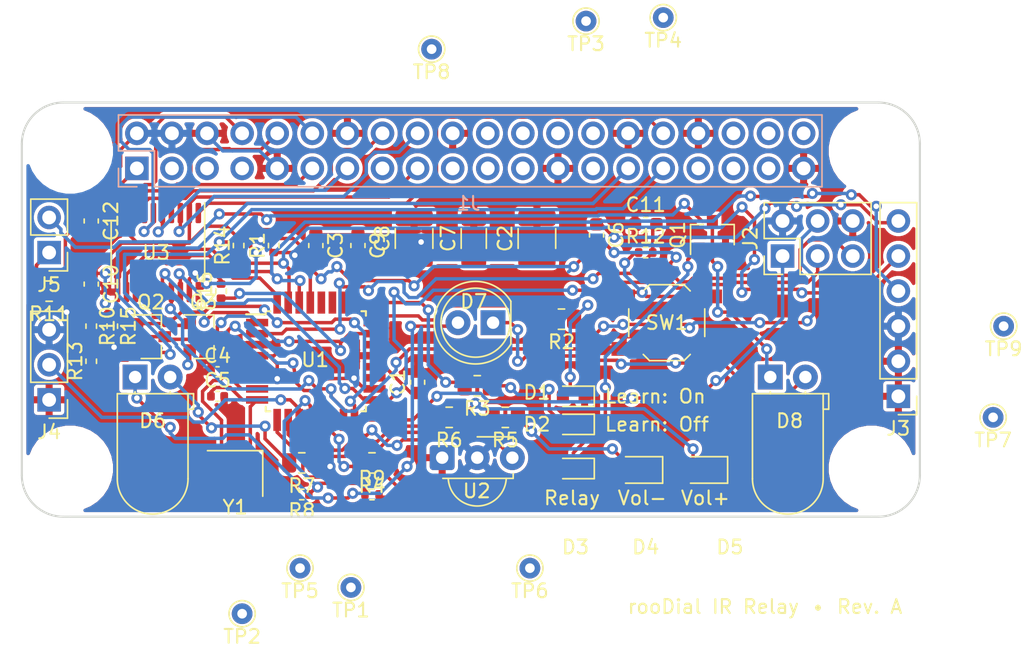
<source format=kicad_pcb>
(kicad_pcb (version 20171130) (host pcbnew "(5.1.10-1-10_14)")
  (title_block (title "Raspberry Pi Zero (W) uHAT Template Board") (date 2019-02-28) (rev 1.0) (comment 1 "This PCB design is licensed under MIT Open Source License."))
  (layers (0 F.Cu signal) (31 B.Cu signal) (34 B.Paste user) (35 F.Paste user) (36 B.SilkS user) (37 F.SilkS user hide) (38 B.Mask user) (39 F.Mask user) (44 Edge.Cuts user))
  (net 0 "")
  (net 1 +3V3)
  (net 2 +5V)
  (net 3 /GPIO5)
  (net 4 /GPIO6)
  (net 5 "Net-(C1-Pad1)")
  (net 6 GNDD)
  (net 7 "Net-(C4-Pad2)")
  (net 8 "Net-(C5-Pad1)")
  (net 9 /~RST~)
  (net 10 "Net-(C6-Pad1)")
  (net 11 /BTTN)
  (net 12 "Net-(D1-Pad2)")
  (net 13 "Net-(D2-Pad2)")
  (net 14 "Net-(D3-Pad2)")
  (net 15 "Net-(D4-Pad2)")
  (net 16 "Net-(D5-Pad2)")
  (net 17 "Net-(D6-Pad1)")
  (net 18 "Net-(D6-Pad2)")
  (net 19 "Net-(D7-Pad1)")
  (net 20 "Net-(D8-Pad1)")
  (net 21 "Net-(J1-Pad3)")
  (net 22 "Net-(J1-Pad5)")
  (net 23 "Net-(J1-Pad7)")
  (net 24 /TX3)
  (net 25 /RX3)
  (net 26 /VOL+3)
  (net 27 /MISO3)
  (net 28 /VOL-3)
  (net 29 "Net-(J1-Pad15)")
  (net 30 /MOSI3)
  (net 31 /SCK3)
  (net 32 "Net-(J1-Pad19)")
  (net 33 "Net-(J1-Pad21)")
  (net 34 "Net-(J1-Pad22)")
  (net 35 "Net-(J1-Pad23)")
  (net 36 "Net-(J1-Pad24)")
  (net 37 "Net-(J1-Pad26)")
  (net 38 "Net-(J1-Pad27)")
  (net 39 "Net-(J1-Pad28)")
  (net 40 /RST3)
  (net 41 "Net-(J1-Pad33)")
  (net 42 "Net-(J1-Pad35)")
  (net 43 "Net-(J1-Pad36)")
  (net 44 "Net-(J1-Pad37)")
  (net 45 "Net-(J1-Pad38)")
  (net 46 "Net-(J1-Pad40)")
  (net 47 /MISO5)
  (net 48 /SCK5)
  (net 49 /MOSI5)
  (net 50 /RX5)
  (net 51 /TX5)
  (net 52 /IRRCV)
  (net 53 "Net-(J5-Pad1)")
  (net 54 "Net-(Q1-Pad1)")
  (net 55 /D9)
  (net 56 /A0)
  (net 57 /LEDRON)
  (net 58 /LEDROFF)
  (net 59 /LEDRSTATE)
  (net 60 /LEDVOL-)
  (net 61 /IRTX)
  (net 62 /LEDVOL+)
  (net 63 /VOL-5)
  (net 64 "Net-(U1-Pad19)")
  (net 65 "Net-(U1-Pad22)")
  (net 66 "Net-(U1-Pad26)")
  (net 67 /VOL+5)
  (net 68 "Net-(R12-Pad1)")
  (net 69 "Net-(U1-Pad27)")
  (net 70 "Net-(U1-Pad28)")
  (module lib:MountingHole_2.7mm_M2.5_uHAT_RPi (layer F.Cu) (at 121.032 94.568)
    (fp_text reference H1 hide)
    (fp_text value MountingHole hide)
    (pad "" np_thru_hole circle (at 0 0) (size 2.7 2.7) (drill 2.7) (layers *.Cu *.Mask) (clearance 1.75))
  )
  (module lib:MountingHole_2.7mm_M2.5_uHAT_RPi (layer F.Cu) (at 179.032 94.568)
    (fp_text reference H2 hide)
    (fp_text value MountingHole hide)
    (pad "" np_thru_hole circle (at 0 0) (size 2.7 2.7) (drill 2.7) (layers *.Cu *.Mask) (clearance 1.75))
  )
  (module lib:MountingHole_2.7mm_M2.5_uHAT_RPi (layer F.Cu) (at 179.032 117.568)
    (fp_text reference H3 hide)
    (fp_text value MountingHole hide)
    (pad "" np_thru_hole circle (at 0 0) (size 2.7 2.7) (drill 2.7) (layers *.Cu *.Mask) (clearance 1.75))
  )
  (module lib:MountingHole_2.7mm_M2.5_uHAT_RPi (layer F.Cu) (at 121.032 117.568)
    (fp_text reference H4 hide)
    (fp_text value MountingHole hide)
    (pad "" np_thru_hole circle (at 0 0) (size 2.7 2.7) (drill 2.7) (layers *.Cu *.Mask) (clearance 1.75))
  )
  (module Capacitor_SMD:C_0603_1608Metric (layer F.Cu) (at 146.178 111.332 90)
    (fp_text reference C1 (at 0 -1.43 90) (layer F.SilkS))
    (fp_text value 100n)
    (pad 1 smd roundrect (at -0.775 0 90) (size 0.9 0.95) (layers F.Cu F.Paste F.Mask) (net 5 "Net-(C1-Pad1)"))
    (pad 2 smd roundrect (at 0.775 0 90) (size 0.9 0.95) (layers F.Cu F.Paste F.Mask) (net 6 GNDD))
  )
  (module Capacitor_SMD:C_1210_3225Metric (layer F.Cu) (at 154.814 100.918 90)
    (fp_text reference C2 (at 0 -2.3 90) (layer F.SilkS))
    (fp_text value 100u)
    (pad 1 smd roundrect (at -1.475 0 90) (size 1.15 2.7) (layers F.Cu F.Paste F.Mask) (roundrect_rratio 0.217391) (net 2 +5V))
    (pad 2 smd roundrect (at 1.475 0 90) (size 1.15 2.7) (layers F.Cu F.Paste F.Mask) (roundrect_rratio 0.217391) (net 6 GNDD))
  )
  (module Capacitor_SMD:C_0603_1608Metric (layer F.Cu) (at 138.812 101.426 270)
    (fp_text reference C3 (at 0 -1.43 90) (layer F.SilkS))
    (fp_text value 100n)
    (pad 1 smd roundrect (at -0.775 0 270) (size 0.9 0.95) (layers F.Cu F.Paste F.Mask) (net 2 +5V))
    (pad 2 smd roundrect (at 0.775 0 270) (size 0.9 0.95) (layers F.Cu F.Paste F.Mask) (net 6 GNDD))
  )
  (module Capacitor_SMD:C_0402_1005Metric (layer F.Cu) (at 131.7 110.57)
    (fp_text reference C4 (at 0 -1.16) (layer F.SilkS))
    (fp_text value 22p)
    (pad 2 smd roundrect (at 0.48 0) (size 0.56 0.62) (layers F.Cu F.Paste F.Mask) (net 7 "Net-(C4-Pad2)"))
    (pad 1 smd roundrect (at -0.48 0) (size 0.56 0.62) (layers F.Cu F.Paste F.Mask) (net 6 GNDD))
  )
  (module Capacitor_SMD:C_0402_1005Metric (layer F.Cu) (at 131.7 112.348)
    (fp_text reference C5 (at 0 -1.16) (layer F.SilkS))
    (fp_text value 22p)
    (pad 1 smd roundrect (at -0.48 0) (size 0.56 0.62) (layers F.Cu F.Paste F.Mask) (net 8 "Net-(C5-Pad1)"))
    (pad 2 smd roundrect (at 0.48 0) (size 0.56 0.62) (layers F.Cu F.Paste F.Mask) (net 6 GNDD))
  )
  (module Capacitor_SMD:C_0603_1608Metric (layer F.Cu) (at 159.132 100.664 270)
    (fp_text reference C6 (at 0 -1.43 90) (layer F.SilkS))
    (fp_text value 100n)
    (pad 2 smd roundrect (at 0.775 0 270) (size 0.9 0.95) (layers F.Cu F.Paste F.Mask) (net 9 /~RST~))
    (pad 1 smd roundrect (at -0.775 0 270) (size 0.9 0.95) (layers F.Cu F.Paste F.Mask) (net 10 "Net-(C6-Pad1)"))
  )
  (module Capacitor_SMD:C_1210_3225Metric (layer F.Cu) (at 145.924 100.918 90)
    (fp_text reference C8 (at 0 -2.3 90) (layer F.SilkS))
    (fp_text value 100u)
    (pad 2 smd roundrect (at 1.475 0 90) (size 1.15 2.7) (layers F.Cu F.Paste F.Mask) (roundrect_rratio 0.217391) (net 6 GNDD))
    (pad 1 smd roundrect (at -1.475 0 90) (size 1.15 2.7) (layers F.Cu F.Paste F.Mask) (roundrect_rratio 0.217391) (net 2 +5V))
  )
  (module Capacitor_SMD:C_0603_1608Metric (layer F.Cu) (at 141.86 101.426 270)
    (fp_text reference C9 (at 0 -1.43 90) (layer F.SilkS))
    (fp_text value 100n)
    (pad 2 smd roundrect (at 0.775 0 270) (size 0.9 0.95) (layers F.Cu F.Paste F.Mask) (net 6 GNDD))
    (pad 1 smd roundrect (at -0.775 0 270) (size 0.9 0.95) (layers F.Cu F.Paste F.Mask) (net 2 +5V))
  )
  (module Capacitor_SMD:C_0603_1608Metric (layer F.Cu) (at 122.556 104.22 270)
    (fp_text reference C10 (at 0 -1.43 90) (layer F.SilkS))
    (fp_text value 100n)
    (pad 1 smd roundrect (at -0.775 0 270) (size 0.9 0.95) (layers F.Cu F.Paste F.Mask) (net 1 +3V3))
    (pad 2 smd roundrect (at 0.775 0 270) (size 0.9 0.95) (layers F.Cu F.Paste F.Mask) (net 6 GNDD))
  )
  (module Capacitor_SMD:C_0603_1608Metric (layer F.Cu) (at 162.688 99.902)
    (fp_text reference C11 (at 0 -1.43) (layer F.SilkS))
    (fp_text value 47n)
    (pad 1 smd roundrect (at -0.775 0) (size 0.9 0.95) (layers F.Cu F.Paste F.Mask) (net 6 GNDD))
    (pad 2 smd roundrect (at 0.775 0) (size 0.9 0.95) (layers F.Cu F.Paste F.Mask) (net 11 /BTTN))
  )
  (module Capacitor_SMD:C_0603_1608Metric (layer F.Cu) (at 122.556 99.648 270)
    (fp_text reference C12 (at 0 -1.43 90) (layer F.SilkS))
    (fp_text value 100n)
    (pad 2 smd roundrect (at 0.775 0 270) (size 0.9 0.95) (layers F.Cu F.Paste F.Mask) (net 6 GNDD))
    (pad 1 smd roundrect (at -0.775 0 270) (size 0.9 0.95) (layers F.Cu F.Paste F.Mask) (net 2 +5V))
  )
  (module Capacitor_SMD:C_1206_3216Metric (layer F.Cu) (at 150.242 100.918 90)
    (fp_text reference C7 (at 0 -1.85 90) (layer F.SilkS))
    (fp_text value 100u)
    (pad 1 smd roundrect (at -1.475 0 90) (size 1.15 1.8) (layers F.Cu F.Paste F.Mask) (roundrect_rratio 0.217391) (net 2 +5V))
    (pad 2 smd roundrect (at 1.475 0 90) (size 1.15 1.8) (layers F.Cu F.Paste F.Mask) (roundrect_rratio 0.217391) (net 6 GNDD))
  )
  (module LED_SMD:LED_0603_1608Metric (layer F.Cu) (at 157.481 112.348 180)
    (fp_text reference D1 (at 2.667 0.2794) (layer F.SilkS))
    (fp_text value LED)
    (pad 1 smd roundrect (at -0.7875 0 180) (size 0.875 0.95) (layers F.Cu F.Paste F.Mask) (net 6 GNDD))
    (pad 2 smd roundrect (at 0.7875 0 180) (size 0.875 0.95) (layers F.Cu F.Paste F.Mask) (net 12 "Net-(D1-Pad2)"))
  )
  (module LED_SMD:LED_0603_1608Metric (layer F.Cu) (at 157.481 114.38 180)
    (fp_text reference D2 (at 2.667 0) (layer F.SilkS))
    (fp_text value LED)
    (pad 2 smd roundrect (at 0.7875 0 180) (size 0.875 0.95) (layers F.Cu F.Paste F.Mask) (net 13 "Net-(D2-Pad2)"))
    (pad 1 smd roundrect (at -0.7875 0 180) (size 0.875 0.95) (layers F.Cu F.Paste F.Mask) (net 6 GNDD))
  )
  (module LED_SMD:LED_0603_1608Metric (layer F.Cu) (at 157.481 117.5804 180)
    (fp_text reference D3 (at -0.127 -5.6896) (layer F.SilkS))
    (fp_text value LED)
    (pad 1 smd roundrect (at -0.7875 0 180) (size 0.875 0.95) (layers F.Cu F.Paste F.Mask) (net 6 GNDD))
    (pad 2 smd roundrect (at 0.7875 0 180) (size 0.875 0.95) (layers F.Cu F.Paste F.Mask) (net 14 "Net-(D3-Pad2)"))
  )
  (module LED_SMD:LED_0805_2012Metric (layer F.Cu) (at 162.2308 117.682 180)
    (fp_text reference D4 (at -0.4572 -5.588) (layer F.SilkS))
    (fp_text value LED)
    (pad 2 smd roundrect (at 0.9375 0 180) (size 0.975 1.4) (layers F.Cu F.Paste F.Mask) (net 15 "Net-(D4-Pad2)"))
    (pad 1 smd roundrect (at -0.9375 0 180) (size 0.975 1.4) (layers F.Cu F.Paste F.Mask) (net 6 GNDD))
  )
  (module LED_SMD:LED_0805_2012Metric (layer F.Cu) (at 166.9321 117.682 180)
    (fp_text reference D5 (at -1.8519 -5.588) (layer F.SilkS))
    (fp_text value LED)
    (pad 1 smd roundrect (at -0.9375 0 180) (size 0.975 1.4) (layers F.Cu F.Paste F.Mask) (net 6 GNDD))
    (pad 2 smd roundrect (at 0.9375 0 180) (size 0.975 1.4) (layers F.Cu F.Paste F.Mask) (net 16 "Net-(D5-Pad2)"))
  )
  (module LED_THT:LED_D5.0mm_Horizontal_O1.27mm_Z3.0mm_IRBlack (layer F.Cu) (at 125.731 110.951)
    (fp_text reference D6 (at 1.27 3.175) (layer F.SilkS))
    (fp_text value LED)
    (pad 1 thru_hole rect (at 0 0) (size 1.8 1.8) (drill 0.9) (layers *.Cu *.Mask) (net 17 "Net-(D6-Pad1)"))
    (pad 2 thru_hole circle (at 2.54 0) (size 1.8 1.8) (drill 0.9) (layers *.Cu *.Mask) (net 18 "Net-(D6-Pad2)"))
  )
  (module LED_THT:LED_D5.0mm_Clear (layer F.Cu) (at 151.639 107.014 180)
    (fp_text reference D7 (at 1.397 1.524) (layer F.SilkS))
    (fp_text value LED)
    (pad 1 thru_hole rect (at 0 0 180) (size 1.8 1.8) (drill 0.9) (layers *.Cu *.Mask) (net 19 "Net-(D7-Pad1)"))
    (pad 2 thru_hole circle (at 2.54 0 180) (size 1.8 1.8) (drill 0.9) (layers *.Cu *.Mask) (net 17 "Net-(D6-Pad1)"))
  )
  (module LED_THT:LED_D5.0mm_Horizontal_O1.27mm_Z3.0mm_IRBlack (layer F.Cu) (at 171.705 110.951)
    (fp_text reference D8 (at 1.397 3.175) (layer F.SilkS))
    (fp_text value LED)
    (pad 2 thru_hole circle (at 2.54 0) (size 1.8 1.8) (drill 0.9) (layers *.Cu *.Mask) (net 19 "Net-(D7-Pad1)"))
    (pad 1 thru_hole rect (at 0 0) (size 1.8 1.8) (drill 0.9) (layers *.Cu *.Mask) (net 20 "Net-(D8-Pad1)"))
  )
  (module Connector_PinSocket_2.54mm:PinSocket_2x20_P2.54mm_Vertical (layer B.Cu) (at 125.858 95.838 270)
    (fp_text reference J1 (at 2.54 -24.003 180) (layer B.SilkS) (effects (justify mirror)))
    (fp_text value "Raspi Connector")
    (pad 1 thru_hole rect (at 0 0 270) (size 1.7 1.7) (drill 1) (layers *.Cu *.Mask) (net 1 +3V3))
    (pad 2 thru_hole oval (at -2.54 0 270) (size 1.7 1.7) (drill 1) (layers *.Cu *.Mask) (net 2 +5V))
    (pad 3 thru_hole oval (at 0 -2.54 270) (size 1.7 1.7) (drill 1) (layers *.Cu *.Mask) (net 21 "Net-(J1-Pad3)"))
    (pad 4 thru_hole oval (at -2.54 -2.54 270) (size 1.7 1.7) (drill 1) (layers *.Cu *.Mask) (net 2 +5V))
    (pad 5 thru_hole oval (at 0 -5.08 270) (size 1.7 1.7) (drill 1) (layers *.Cu *.Mask) (net 22 "Net-(J1-Pad5)"))
    (pad 6 thru_hole oval (at -2.54 -5.08 270) (size 1.7 1.7) (drill 1) (layers *.Cu *.Mask) (net 6 GNDD))
    (pad 7 thru_hole oval (at 0 -7.62 270) (size 1.7 1.7) (drill 1) (layers *.Cu *.Mask) (net 23 "Net-(J1-Pad7)"))
    (pad 8 thru_hole oval (at -2.54 -7.62 270) (size 1.7 1.7) (drill 1) (layers *.Cu *.Mask) (net 24 /TX3))
    (pad 9 thru_hole oval (at 0 -10.16 270) (size 1.7 1.7) (drill 1) (layers *.Cu *.Mask) (net 6 GNDD))
    (pad 10 thru_hole oval (at -2.54 -10.16 270) (size 1.7 1.7) (drill 1) (layers *.Cu *.Mask) (net 25 /RX3))
    (pad 11 thru_hole oval (at 0 -12.7 270) (size 1.7 1.7) (drill 1) (layers *.Cu *.Mask) (net 26 /VOL+3))
    (pad 12 thru_hole oval (at -2.54 -12.7 270) (size 1.7 1.7) (drill 1) (layers *.Cu *.Mask) (net 27 /MISO3))
    (pad 13 thru_hole oval (at 0 -15.24 270) (size 1.7 1.7) (drill 1) (layers *.Cu *.Mask) (net 28 /VOL-3))
    (pad 14 thru_hole oval (at -2.54 -15.24 270) (size 1.7 1.7) (drill 1) (layers *.Cu *.Mask) (net 6 GNDD))
    (pad 15 thru_hole oval (at 0 -17.78 270) (size 1.7 1.7) (drill 1) (layers *.Cu *.Mask) (net 29 "Net-(J1-Pad15)"))
    (pad 16 thru_hole oval (at -2.54 -17.78 270) (size 1.7 1.7) (drill 1) (layers *.Cu *.Mask) (net 30 /MOSI3))
    (pad 17 thru_hole oval (at 0 -20.32 270) (size 1.7 1.7) (drill 1) (layers *.Cu *.Mask) (net 1 +3V3))
    (pad 18 thru_hole oval (at -2.54 -20.32 270) (size 1.7 1.7) (drill 1) (layers *.Cu *.Mask) (net 31 /SCK3))
    (pad 19 thru_hole oval (at 0 -22.86 270) (size 1.7 1.7) (drill 1) (layers *.Cu *.Mask) (net 32 "Net-(J1-Pad19)"))
    (pad 20 thru_hole oval (at -2.54 -22.86 270) (size 1.7 1.7) (drill 1) (layers *.Cu *.Mask) (net 6 GNDD))
    (pad 21 thru_hole oval (at 0 -25.4 270) (size 1.7 1.7) (drill 1) (layers *.Cu *.Mask) (net 33 "Net-(J1-Pad21)"))
    (pad 22 thru_hole oval (at -2.54 -25.4 270) (size 1.7 1.7) (drill 1) (layers *.Cu *.Mask) (net 34 "Net-(J1-Pad22)"))
    (pad 23 thru_hole oval (at 0 -27.94 270) (size 1.7 1.7) (drill 1) (layers *.Cu *.Mask) (net 35 "Net-(J1-Pad23)"))
    (pad 24 thru_hole oval (at -2.54 -27.94 270) (size 1.7 1.7) (drill 1) (layers *.Cu *.Mask) (net 36 "Net-(J1-Pad24)"))
    (pad 25 thru_hole oval (at 0 -30.48 270) (size 1.7 1.7) (drill 1) (layers *.Cu *.Mask) (net 6 GNDD))
    (pad 26 thru_hole oval (at -2.54 -30.48 270) (size 1.7 1.7) (drill 1) (layers *.Cu *.Mask) (net 37 "Net-(J1-Pad26)"))
    (pad 27 thru_hole oval (at 0 -33.02 270) (size 1.7 1.7) (drill 1) (layers *.Cu *.Mask) (net 38 "Net-(J1-Pad27)"))
    (pad 28 thru_hole oval (at -2.54 -33.02 270) (size 1.7 1.7) (drill 1) (layers *.Cu *.Mask) (net 39 "Net-(J1-Pad28)"))
    (pad 29 thru_hole oval (at 0 -35.56 270) (size 1.7 1.7) (drill 1) (layers *.Cu *.Mask) (net 3 /GPIO5))
    (pad 30 thru_hole oval (at -2.54 -35.56 270) (size 1.7 1.7) (drill 1) (layers *.Cu *.Mask) (net 6 GNDD))
    (pad 31 thru_hole oval (at 0 -38.1 270) (size 1.7 1.7) (drill 1) (layers *.Cu *.Mask) (net 4 /GPIO6))
    (pad 32 thru_hole oval (at -2.54 -38.1 270) (size 1.7 1.7) (drill 1) (layers *.Cu *.Mask) (net 40 /RST3))
    (pad 33 thru_hole oval (at 0 -40.64 270) (size 1.7 1.7) (drill 1) (layers *.Cu *.Mask) (net 41 "Net-(J1-Pad33)"))
    (pad 34 thru_hole oval (at -2.54 -40.64 270) (size 1.7 1.7) (drill 1) (layers *.Cu *.Mask) (net 6 GNDD))
    (pad 35 thru_hole oval (at 0 -43.18 270) (size 1.7 1.7) (drill 1) (layers *.Cu *.Mask) (net 42 "Net-(J1-Pad35)"))
    (pad 36 thru_hole oval (at -2.54 -43.18 270) (size 1.7 1.7) (drill 1) (layers *.Cu *.Mask) (net 43 "Net-(J1-Pad36)"))
    (pad 37 thru_hole oval (at 0 -45.72 270) (size 1.7 1.7) (drill 1) (layers *.Cu *.Mask) (net 44 "Net-(J1-Pad37)"))
    (pad 38 thru_hole oval (at -2.54 -45.72 270) (size 1.7 1.7) (drill 1) (layers *.Cu *.Mask) (net 45 "Net-(J1-Pad38)"))
    (pad 39 thru_hole oval (at 0 -48.26 270) (size 1.7 1.7) (drill 1) (layers *.Cu *.Mask) (net 6 GNDD))
    (pad 40 thru_hole oval (at -2.54 -48.26 270) (size 1.7 1.7) (drill 1) (layers *.Cu *.Mask) (net 46 "Net-(J1-Pad40)"))
  )
  (module Connector_PinHeader_2.54mm:PinHeader_2x03_P2.54mm_Vertical (layer F.Cu) (at 172.594 102.188 90)
    (fp_text reference J2 (at 1.27 -2.33 90) (layer F.SilkS))
    (fp_text value ICSP)
    (pad 1 thru_hole rect (at 0 0 90) (size 1.7 1.7) (drill 1) (layers *.Cu *.Mask) (net 47 /MISO5))
    (pad 2 thru_hole oval (at 2.54 0 90) (size 1.7 1.7) (drill 1) (layers *.Cu *.Mask) (net 2 +5V))
    (pad 3 thru_hole oval (at 0 2.54 90) (size 1.7 1.7) (drill 1) (layers *.Cu *.Mask) (net 48 /SCK5))
    (pad 4 thru_hole oval (at 2.54 2.54 90) (size 1.7 1.7) (drill 1) (layers *.Cu *.Mask) (net 49 /MOSI5))
    (pad 5 thru_hole oval (at 0 5.08 90) (size 1.7 1.7) (drill 1) (layers *.Cu *.Mask) (net 9 /~RST~))
    (pad 6 thru_hole oval (at 2.54 5.08 90) (size 1.7 1.7) (drill 1) (layers *.Cu *.Mask) (net 6 GNDD))
  )
  (module Connector_PinHeader_2.54mm:PinHeader_1x03_P2.54mm_Vertical (layer F.Cu) (at 119.508 112.602 180)
    (fp_text reference J4 (at 0 -2.33) (layer F.SilkS))
    (fp_text value "IR Receiver")
    (pad 1 thru_hole rect (at 0 0 180) (size 1.7 1.7) (drill 1) (layers *.Cu *.Mask) (net 6 GNDD))
    (pad 2 thru_hole oval (at 0 2.54 180) (size 1.7 1.7) (drill 1) (layers *.Cu *.Mask) (net 52 /IRRCV))
    (pad 3 thru_hole oval (at 0 5.08 180) (size 1.7 1.7) (drill 1) (layers *.Cu *.Mask) (net 2 +5V))
  )
  (module Connector_PinHeader_2.54mm:PinHeader_1x02_P2.54mm_Vertical (layer F.Cu) (at 119.508 101.934 180)
    (fp_text reference J5 (at 0 -2.33) (layer F.SilkS))
    (fp_text value "IR LED")
    (pad 1 thru_hole rect (at 0 0 180) (size 1.7 1.7) (drill 1) (layers *.Cu *.Mask) (net 53 "Net-(J5-Pad1)"))
    (pad 2 thru_hole oval (at 0 2.54 180) (size 1.7 1.7) (drill 1) (layers *.Cu *.Mask) (net 20 "Net-(D8-Pad1)"))
  )
  (module Package_TO_SOT_SMD:SOT-23 (layer F.Cu) (at 167.514 100.664 90)
    (fp_text reference Q1 (at 0 -2.5 90) (layer F.SilkS))
    (fp_text value 2N7002)
    (pad 3 smd rect (at 1 0 90) (size 0.9 0.8) (layers F.Cu F.Paste F.Mask) (net 20 "Net-(D8-Pad1)"))
    (pad 2 smd rect (at -1 0.95 90) (size 0.9 0.8) (layers F.Cu F.Paste F.Mask) (net 6 GNDD))
    (pad 1 smd rect (at -1 -0.95 90) (size 0.9 0.8) (layers F.Cu F.Paste F.Mask) (net 54 "Net-(Q1-Pad1)"))
  )
  (module Package_TO_SOT_SMD:SOT-23 (layer F.Cu) (at 126.874 108.03)
    (fp_text reference Q2 (at 0 -2.5) (layer F.SilkS))
    (fp_text value 2N7002)
    (pad 1 smd rect (at -1 -0.95) (size 0.9 0.8) (layers F.Cu F.Paste F.Mask) (net 1 +3V3))
    (pad 2 smd rect (at -1 0.95) (size 0.9 0.8) (layers F.Cu F.Paste F.Mask) (net 3 /GPIO5))
    (pad 3 smd rect (at 1 0) (size 0.9 0.8) (layers F.Cu F.Paste F.Mask) (net 55 /D9))
  )
  (module Package_TO_SOT_SMD:SOT-23 (layer F.Cu) (at 130.684 108.03)
    (fp_text reference Q3 (at 0 -2.5) (layer F.SilkS))
    (fp_text value 2N7002)
    (pad 1 smd rect (at -1 -0.95) (size 0.9 0.8) (layers F.Cu F.Paste F.Mask) (net 1 +3V3))
    (pad 2 smd rect (at -1 0.95) (size 0.9 0.8) (layers F.Cu F.Paste F.Mask) (net 4 /GPIO6))
    (pad 3 smd rect (at 1 0) (size 0.9 0.8) (layers F.Cu F.Paste F.Mask) (net 56 /A0))
  )
  (module Resistor_SMD:R_0805_2012Metric (layer F.Cu) (at 150.496 111.586 180)
    (fp_text reference R3 (at 0 -1.65) (layer F.SilkS))
    (fp_text value 470)
    (pad 1 smd roundrect (at -0.9125 0 180) (size 1.025 1.4) (layers F.Cu F.Paste F.Mask) (roundrect_rratio 0.243902) (net 13 "Net-(D2-Pad2)"))
    (pad 2 smd roundrect (at 0.9125 0 180) (size 1.025 1.4) (layers F.Cu F.Paste F.Mask) (roundrect_rratio 0.243902) (net 58 /LEDROFF))
  )
  (module Resistor_SMD:R_0805_2012Metric (layer F.Cu) (at 142.876 117.174 180)
    (fp_text reference R4 (at 0 -1.65) (layer F.SilkS))
    (fp_text value 470)
    (pad 2 smd roundrect (at 0.9125 0 180) (size 1.025 1.4) (layers F.Cu F.Paste F.Mask) (roundrect_rratio 0.243902) (net 59 /LEDRSTATE))
    (pad 1 smd roundrect (at -0.9125 0 180) (size 1.025 1.4) (layers F.Cu F.Paste F.Mask) (roundrect_rratio 0.243902) (net 14 "Net-(D3-Pad2)"))
  )
  (module Resistor_SMD:R_0805_2012Metric (layer F.Cu) (at 152.528 113.872 180)
    (fp_text reference R5 (at 0 -1.65) (layer F.SilkS))
    (fp_text value 470)
    (pad 1 smd roundrect (at -0.9125 0 180) (size 1.025 1.4) (layers F.Cu F.Paste F.Mask) (roundrect_rratio 0.243902) (net 15 "Net-(D4-Pad2)"))
    (pad 2 smd roundrect (at 0.9125 0 180) (size 1.025 1.4) (layers F.Cu F.Paste F.Mask) (roundrect_rratio 0.243902) (net 60 /LEDVOL-))
  )
  (module Resistor_SMD:R_0805_2012Metric (layer F.Cu) (at 137.796 117.174 180)
    (fp_text reference R7 (at 0 -1.65) (layer F.SilkS))
    (fp_text value 5R1)
    (pad 1 smd roundrect (at -0.9125 0 180) (size 1.025 1.4) (layers F.Cu F.Paste F.Mask) (roundrect_rratio 0.243902) (net 2 +5V))
    (pad 2 smd roundrect (at 0.9125 0 180) (size 1.025 1.4) (layers F.Cu F.Paste F.Mask) (roundrect_rratio 0.243902) (net 18 "Net-(D6-Pad2)"))
  )
  (module Resistor_SMD:R_0402_1005Metric (layer F.Cu) (at 137.796 119.46 180)
    (fp_text reference R8 (at 0 -1.17) (layer F.SilkS))
    (fp_text value 22k)
    (pad 2 smd roundrect (at 0.51 0 180) (size 0.54 0.64) (layers F.Cu F.Paste F.Mask) (net 6 GNDD))
    (pad 1 smd roundrect (at -0.51 0 180) (size 0.54 0.64) (layers F.Cu F.Paste F.Mask) (net 61 /IRTX))
  )
  (module Resistor_SMD:R_0805_2012Metric (layer F.Cu) (at 148.464 113.872 180)
    (fp_text reference R6 (at 0 -1.65) (layer F.SilkS))
    (fp_text value 470)
    (pad 2 smd roundrect (at 0.9125 0 180) (size 1.025 1.4) (layers F.Cu F.Paste F.Mask) (roundrect_rratio 0.243902) (net 62 /LEDVOL+))
    (pad 1 smd roundrect (at -0.9125 0 180) (size 1.025 1.4) (layers F.Cu F.Paste F.Mask) (roundrect_rratio 0.243902) (net 16 "Net-(D5-Pad2)"))
  )
  (module Resistor_SMD:R_0402_1005Metric (layer F.Cu) (at 142.876 119.46)
    (fp_text reference R9 (at 0 -1.17) (layer F.SilkS))
    (fp_text value 10)
    (pad 1 smd roundrect (at -0.51 0) (size 0.54 0.64) (layers F.Cu F.Paste F.Mask) (net 61 /IRTX))
    (pad 2 smd roundrect (at 0.51 0) (size 0.54 0.64) (layers F.Cu F.Paste F.Mask) (net 54 "Net-(Q1-Pad1)"))
  )
  (module Resistor_SMD:R_0402_1005Metric (layer F.Cu) (at 122.556 107.268 270)
    (fp_text reference R10 (at 0 -1.17 90) (layer F.SilkS))
    (fp_text value 10k)
    (pad 2 smd roundrect (at 0.51 0 270) (size 0.54 0.64) (layers F.Cu F.Paste F.Mask) (net 1 +3V3))
    (pad 1 smd roundrect (at -0.51 0 270) (size 0.54 0.64) (layers F.Cu F.Paste F.Mask) (net 6 GNDD))
  )
  (module Resistor_SMD:R_0805_2012Metric (layer F.Cu) (at 119.508 104.728 180)
    (fp_text reference R11 (at 0 -1.65) (layer F.SilkS))
    (fp_text value 33)
    (pad 1 smd roundrect (at -0.9125 0 180) (size 1.025 1.4) (layers F.Cu F.Paste F.Mask) (roundrect_rratio 0.243902) (net 2 +5V))
    (pad 2 smd roundrect (at 0.9125 0 180) (size 1.025 1.4) (layers F.Cu F.Paste F.Mask) (roundrect_rratio 0.243902) (net 53 "Net-(J5-Pad1)"))
  )
  (module Resistor_SMD:R_0402_1005Metric (layer F.Cu) (at 162.688 101.934)
    (fp_text reference R12 (at 0 -1.17) (layer F.SilkS))
    (fp_text value 10k)
    (pad 1 smd roundrect (at -0.51 0) (size 0.54 0.64) (layers F.Cu F.Paste F.Mask) (net 68 "Net-(R12-Pad1)"))
    (pad 2 smd roundrect (at 0.51 0) (size 0.54 0.64) (layers F.Cu F.Paste F.Mask) (net 11 /BTTN))
  )
  (module Resistor_SMD:R_0402_1005Metric (layer F.Cu) (at 122.556 109.808 90)
    (fp_text reference R13 (at 0 -1.17 90) (layer F.SilkS))
    (fp_text value 10k)
    (pad 2 smd roundrect (at 0.51 0 90) (size 0.54 0.64) (layers F.Cu F.Paste F.Mask) (net 1 +3V3))
    (pad 1 smd roundrect (at -0.51 0 90) (size 0.54 0.64) (layers F.Cu F.Paste F.Mask) (net 3 /GPIO5))
  )
  (module Resistor_SMD:R_0402_1005Metric (layer F.Cu) (at 133.224 101.426 90)
    (fp_text reference R14 (at 0 -1.17 90) (layer F.SilkS))
    (fp_text value 10k)
    (pad 1 smd roundrect (at -0.51 0 90) (size 0.54 0.64) (layers F.Cu F.Paste F.Mask) (net 4 /GPIO6))
    (pad 2 smd roundrect (at 0.51 0 90) (size 0.54 0.64) (layers F.Cu F.Paste F.Mask) (net 1 +3V3))
  )
  (module Resistor_SMD:R_0402_1005Metric (layer F.Cu) (at 124.08 107.268 270)
    (fp_text reference R15 (at 0 -1.17 90) (layer F.SilkS))
    (fp_text value 10k)
    (pad 1 smd roundrect (at -0.51 0 270) (size 0.54 0.64) (layers F.Cu F.Paste F.Mask) (net 55 /D9))
    (pad 2 smd roundrect (at 0.51 0 270) (size 0.54 0.64) (layers F.Cu F.Paste F.Mask) (net 2 +5V))
  )
  (module Resistor_SMD:R_0402_1005Metric (layer F.Cu) (at 131.954 104.728 90)
    (fp_text reference R16 (at 0 -1.17 90) (layer F.SilkS))
    (fp_text value 10k)
    (pad 2 smd roundrect (at 0.51 0 90) (size 0.54 0.64) (layers F.Cu F.Paste F.Mask) (net 2 +5V))
    (pad 1 smd roundrect (at -0.51 0 90) (size 0.54 0.64) (layers F.Cu F.Paste F.Mask) (net 56 /A0))
  )
  (module Button_Switch_SMD:SW_SPST_TL3342 (layer F.Cu) (at 164.212 107.014 180)
    (fp_text reference SW1 (at 0 0) (layer F.SilkS))
    (fp_text value SW_Push)
    (pad 1 smd rect (at -3.15 -1.9 180) (size 1.7 1) (layers F.Cu F.Paste F.Mask) (net 6 GNDD))
    (pad 1 smd rect (at 3.15 -1.9 180) (size 1.7 1) (layers F.Cu F.Paste F.Mask) (net 6 GNDD))
    (pad 2 smd rect (at -3.15 1.9 180) (size 1.7 1) (layers F.Cu F.Paste F.Mask) (net 68 "Net-(R12-Pad1)"))
    (pad 2 smd rect (at 3.15 1.9 180) (size 1.7 1) (layers F.Cu F.Paste F.Mask) (net 68 "Net-(R12-Pad1)"))
  )
  (module TestPoint:TestPoint_THTPad_D1.5mm_Drill0.7mm (layer F.Cu) (at 141.352 126.191 180)
    (fp_text reference TP1 (at 0 -1.648) (layer F.SilkS))
    (fp_text value D9)
    (pad 1 thru_hole circle (at 0 0 180) (size 1.5 1.5) (drill 0.7) (layers *.Cu *.Mask) (net 55 /D9))
  )
  (module TestPoint:TestPoint_THTPad_D1.5mm_Drill0.7mm (layer F.Cu) (at 133.478 128.096 180)
    (fp_text reference TP2 (at 0 -1.648) (layer F.SilkS))
    (fp_text value A0)
    (pad 1 thru_hole circle (at 0 0 180) (size 1.5 1.5) (drill 0.7) (layers *.Cu *.Mask) (net 56 /A0))
  )
  (module TestPoint:TestPoint_THTPad_D1.5mm_Drill0.7mm (layer F.Cu) (at 158.37 85.17 180)
    (fp_text reference TP3 (at 0 -1.648) (layer F.SilkS))
    (fp_text value GPIO5)
    (pad 1 thru_hole circle (at 0 0 180) (size 1.5 1.5) (drill 0.7) (layers *.Cu *.Mask) (net 3 /GPIO5))
  )
  (module TestPoint:TestPoint_THTPad_D1.5mm_Drill0.7mm (layer F.Cu) (at 163.958 84.916 180)
    (fp_text reference TP4 (at 0 -1.648) (layer F.SilkS))
    (fp_text value GPIO6)
    (pad 1 thru_hole circle (at 0 0 180) (size 1.5 1.5) (drill 0.7) (layers *.Cu *.Mask) (net 4 /GPIO6))
  )
  (module TestPoint:TestPoint_THTPad_D1.5mm_Drill0.7mm (layer F.Cu) (at 137.669 124.794 180)
    (fp_text reference TP5 (at 0 -1.648) (layer F.SilkS))
    (fp_text value IRTX)
    (pad 1 thru_hole circle (at 0 0 180) (size 1.5 1.5) (drill 0.7) (layers *.Cu *.Mask) (net 61 /IRTX))
  )
  (module TestPoint:TestPoint_THTPad_D1.5mm_Drill0.7mm (layer F.Cu) (at 154.306 124.794 180)
    (fp_text reference TP6 (at 0 -1.648) (layer F.SilkS))
    (fp_text value IRRCV)
    (pad 1 thru_hole circle (at 0 0 180) (size 1.5 1.5) (drill 0.7) (layers *.Cu *.Mask) (net 52 /IRRCV))
  )
  (module TestPoint:TestPoint_THTPad_D1.5mm_Drill0.7mm (layer F.Cu) (at 187.834 113.872 180)
    (fp_text reference TP7 (at 0 -1.648) (layer F.SilkS))
    (fp_text value GND)
    (pad 1 thru_hole circle (at 0 0 180) (size 1.5 1.5) (drill 0.7) (layers *.Cu *.Mask) (net 6 GNDD))
  )
  (module TestPoint:TestPoint_THTPad_D1.5mm_Drill0.7mm (layer F.Cu) (at 147.194 87.202 180)
    (fp_text reference TP8 (at 0 -1.648) (layer F.SilkS))
    (fp_text value +3.3V)
    (pad 1 thru_hole circle (at 0 0 180) (size 1.5 1.5) (drill 0.7) (layers *.Cu *.Mask) (net 1 +3V3))
  )
  (module TestPoint:TestPoint_THTPad_D1.5mm_Drill0.7mm (layer F.Cu) (at 188.596 107.268 180)
    (fp_text reference TP9 (at 0 -1.648) (layer F.SilkS))
    (fp_text value +5V)
    (pad 1 thru_hole circle (at 0 0 180) (size 1.5 1.5) (drill 0.7) (layers *.Cu *.Mask) (net 2 +5V))
  )
  (module Package_QFP:TQFP-32_7x7mm_P0.8mm (layer F.Cu) (at 138.812 109.808)
    (fp_text reference U1 (at -0.0508 -0.1016) (layer F.SilkS))
    (fp_text value ATmega328P)
    (pad 1 smd rect (at -4.25 -2.8) (size 1.6 0.55) (layers F.Cu F.Paste F.Mask) (net 63 /VOL-5))
    (pad 2 smd rect (at -4.25 -2) (size 1.6 0.55) (layers F.Cu F.Paste F.Mask) (net 11 /BTTN))
    (pad 3 smd rect (at -4.25 -1.2) (size 1.6 0.55) (layers F.Cu F.Paste F.Mask) (net 6 GNDD))
    (pad 4 smd rect (at -4.25 -0.4) (size 1.6 0.55) (layers F.Cu F.Paste F.Mask) (net 2 +5V))
    (pad 5 smd rect (at -4.25 0.4) (size 1.6 0.55) (layers F.Cu F.Paste F.Mask) (net 6 GNDD))
    (pad 6 smd rect (at -4.25 1.2) (size 1.6 0.55) (layers F.Cu F.Paste F.Mask) (net 2 +5V))
    (pad 7 smd rect (at -4.25 2) (size 1.6 0.55) (layers F.Cu F.Paste F.Mask) (net 7 "Net-(C4-Pad2)"))
    (pad 8 smd rect (at -4.25 2.8) (size 1.6 0.55) (layers F.Cu F.Paste F.Mask) (net 8 "Net-(C5-Pad1)"))
    (pad 9 smd rect (at -2.8 4.25 90) (size 1.6 0.55) (layers F.Cu F.Paste F.Mask) (net 60 /LEDVOL-))
    (pad 10 smd rect (at -2 4.25 90) (size 1.6 0.55) (layers F.Cu F.Paste F.Mask) (net 62 /LEDVOL+))
    (pad 11 smd rect (at -1.2 4.25 90) (size 1.6 0.55) (layers F.Cu F.Paste F.Mask) (net 52 /IRRCV))
    (pad 12 smd rect (at -0.4 4.25 90) (size 1.6 0.55) (layers F.Cu F.Paste F.Mask) (net 61 /IRTX))
    (pad 13 smd rect (at 0.4 4.25 90) (size 1.6 0.55) (layers F.Cu F.Paste F.Mask) (net 55 /D9))
    (pad 14 smd rect (at 1.2 4.25 90) (size 1.6 0.55) (layers F.Cu F.Paste F.Mask) (net 59 /LEDRSTATE))
    (pad 15 smd rect (at 2 4.25 90) (size 1.6 0.55) (layers F.Cu F.Paste F.Mask) (net 49 /MOSI5))
    (pad 16 smd rect (at 2.8 4.25 90) (size 1.6 0.55) (layers F.Cu F.Paste F.Mask) (net 47 /MISO5))
    (pad 17 smd rect (at 4.25 2.8) (size 1.6 0.55) (layers F.Cu F.Paste F.Mask) (net 48 /SCK5))
    (pad 18 smd rect (at 4.25 2) (size 1.6 0.55) (layers F.Cu F.Paste F.Mask) (net 2 +5V))
    (pad 19 smd rect (at 4.25 1.2) (size 1.6 0.55) (layers F.Cu F.Paste F.Mask) (net 64 "Net-(U1-Pad19)"))
    (pad 20 smd rect (at 4.25 0.4) (size 1.6 0.55) (layers F.Cu F.Paste F.Mask) (net 5 "Net-(C1-Pad1)"))
    (pad 21 smd rect (at 4.25 -0.4) (size 1.6 0.55) (layers F.Cu F.Paste F.Mask) (net 6 GNDD))
    (pad 22 smd rect (at 4.25 -1.2) (size 1.6 0.55) (layers F.Cu F.Paste F.Mask) (net 65 "Net-(U1-Pad22)"))
    (pad 23 smd rect (at 4.25 -2) (size 1.6 0.55) (layers F.Cu F.Paste F.Mask) (net 56 /A0))
    (pad 24 smd rect (at 4.25 -2.8) (size 1.6 0.55) (layers F.Cu F.Paste F.Mask) (net 57 /LEDRON))
    (pad 25 smd rect (at 2.8 -4.25 90) (size 1.6 0.55) (layers F.Cu F.Paste F.Mask) (net 58 /LEDROFF))
    (pad 26 smd rect (at 2 -4.25 90) (size 1.6 0.55) (layers F.Cu F.Paste F.Mask) (net 66 "Net-(U1-Pad26)"))
    (pad 27 smd rect (at 1.2 -4.25 90) (size 1.6 0.55) (layers F.Cu F.Paste F.Mask) (net 69 "Net-(U1-Pad27)"))
    (pad 28 smd rect (at 0.4 -4.25 90) (size 1.6 0.55) (layers F.Cu F.Paste F.Mask) (net 70 "Net-(U1-Pad28)"))
    (pad 29 smd rect (at -0.4 -4.25 90) (size 1.6 0.55) (layers F.Cu F.Paste F.Mask) (net 9 /~RST~))
    (pad 30 smd rect (at -1.2 -4.25 90) (size 1.6 0.55) (layers F.Cu F.Paste F.Mask) (net 50 /RX5))
    (pad 31 smd rect (at -2 -4.25 90) (size 1.6 0.55) (layers F.Cu F.Paste F.Mask) (net 51 /TX5))
    (pad 32 smd rect (at -2.8 -4.25 90) (size 1.6 0.55) (layers F.Cu F.Paste F.Mask) (net 67 /VOL+5))
  )
  (module OptoDevice:Vishay_MINICAST-3Pin (layer F.Cu) (at 147.956 116.793)
    (fp_text reference U2 (at 2.5 2.413 180) (layer F.SilkS))
    (fp_text value TSOP312xx)
    (pad 1 thru_hole roundrect (at 0 0) (size 1.8 1.8) (drill 0.9) (layers *.Cu *.Mask) (roundrect_rratio 0.139) (net 6 GNDD))
    (pad 2 thru_hole circle (at 2.54 0) (size 1.8 1.8) (drill 0.9) (layers *.Cu *.Mask) (net 2 +5V))
    (pad 3 thru_hole circle (at 5.08 0) (size 1.8 1.8) (drill 0.9) (layers *.Cu *.Mask) (net 52 /IRRCV))
  )
  (module Package_SO:TSSOP-20_4.4x6.5mm_P0.65mm (layer F.Cu) (at 127.382 101.934 270)
    (fp_text reference U3 (at 0 0.127 180) (layer F.SilkS))
    (fp_text value TXS0108EPW)
    (pad 1 smd roundrect (at -2.8625 -2.925 270) (size 1.475 0.4) (layers F.Cu F.Paste F.Mask) (net 40 /RST3))
    (pad 2 smd roundrect (at -2.8625 -2.275 270) (size 1.475 0.4) (layers F.Cu F.Paste F.Mask) (net 1 +3V3))
    (pad 3 smd roundrect (at -2.8625 -1.625 270) (size 1.475 0.4) (layers F.Cu F.Paste F.Mask) (net 31 /SCK3))
    (pad 4 smd roundrect (at -2.8625 -0.975 270) (size 1.475 0.4) (layers F.Cu F.Paste F.Mask) (net 30 /MOSI3))
    (pad 5 smd roundrect (at -2.8625 -0.325 270) (size 1.475 0.4) (layers F.Cu F.Paste F.Mask) (net 28 /VOL-3))
    (pad 6 smd roundrect (at -2.8625 0.325 270) (size 1.475 0.4) (layers F.Cu F.Paste F.Mask) (net 27 /MISO3))
    (pad 7 smd roundrect (at -2.8625 0.975 270) (size 1.475 0.4) (layers F.Cu F.Paste F.Mask) (net 26 /VOL+3))
    (pad 8 smd roundrect (at -2.8625 1.625 270) (size 1.475 0.4) (layers F.Cu F.Paste F.Mask) (net 25 /RX3))
    (pad 9 smd roundrect (at -2.8625 2.275 270) (size 1.475 0.4) (layers F.Cu F.Paste F.Mask) (net 24 /TX3))
    (pad 10 smd roundrect (at -2.8625 2.925 270) (size 1.475 0.4) (layers F.Cu F.Paste F.Mask) (net 1 +3V3))
    (pad 11 smd roundrect (at 2.8625 2.925 270) (size 1.475 0.4) (layers F.Cu F.Paste F.Mask) (net 6 GNDD))
    (pad 12 smd roundrect (at 2.8625 2.275 270) (size 1.475 0.4) (layers F.Cu F.Paste F.Mask) (net 51 /TX5))
    (pad 13 smd roundrect (at 2.8625 1.625 270) (size 1.475 0.4) (layers F.Cu F.Paste F.Mask) (net 50 /RX5))
    (pad 14 smd roundrect (at 2.8625 0.975 270) (size 1.475 0.4) (layers F.Cu F.Paste F.Mask) (net 67 /VOL+5))
    (pad 15 smd roundrect (at 2.8625 0.325 270) (size 1.475 0.4) (layers F.Cu F.Paste F.Mask) (net 47 /MISO5))
    (pad 16 smd roundrect (at 2.8625 -0.325 270) (size 1.475 0.4) (layers F.Cu F.Paste F.Mask) (net 63 /VOL-5))
    (pad 17 smd roundrect (at 2.8625 -0.975 270) (size 1.475 0.4) (layers F.Cu F.Paste F.Mask) (net 49 /MOSI5))
    (pad 18 smd roundrect (at 2.8625 -1.625 270) (size 1.475 0.4) (layers F.Cu F.Paste F.Mask) (net 48 /SCK5))
    (pad 19 smd roundrect (at 2.8625 -2.275 270) (size 1.475 0.4) (layers F.Cu F.Paste F.Mask) (net 2 +5V))
    (pad 20 smd roundrect (at 2.8625 -2.925 270) (size 1.475 0.4) (layers F.Cu F.Paste F.Mask) (net 9 /~RST~))
  )
  (module Crystal:Crystal_SMD_3225-4Pin_3.2x2.5mm (layer F.Cu) (at 132.97 117.936 180)
    (fp_text reference Y1 (at 0 -2.45) (layer F.SilkS))
    (fp_text value 16MHz)
    (pad 1 smd rect (at -1.1 0.85 180) (size 1.4 1.2) (layers F.Cu F.Paste F.Mask) (net 8 "Net-(C5-Pad1)"))
    (pad 2 smd rect (at 1.1 0.85 180) (size 1.4 1.2) (layers F.Cu F.Paste F.Mask) (net 7 "Net-(C4-Pad2)"))
    (pad 3 smd rect (at 1.1 -0.85 180) (size 1.4 1.2) (layers F.Cu F.Paste F.Mask))
    (pad 4 smd rect (at -1.1 -0.85 180) (size 1.4 1.2) (layers F.Cu F.Paste F.Mask))
  )
  (module Connector_PinHeader_2.54mm:PinHeader_1x06_P2.54mm_Vertical (layer F.Cu) (at 180.976 112.348 180)
    (fp_text reference J3 (at 0 -2.33) (layer F.SilkS))
    (fp_text value FTDI)
    (pad 1 thru_hole rect (at 0 0 180) (size 1.7 1.7) (drill 1) (layers *.Cu *.Mask) (net 6 GNDD))
    (pad 2 thru_hole oval (at 0 2.54 180) (size 1.7 1.7) (drill 1) (layers *.Cu *.Mask) (net 6 GNDD))
    (pad 3 thru_hole oval (at 0 5.08 180) (size 1.7 1.7) (drill 1) (layers *.Cu *.Mask) (net 2 +5V))
    (pad 4 thru_hole oval (at 0 7.62 180) (size 1.7 1.7) (drill 1) (layers *.Cu *.Mask) (net 50 /RX5))
    (pad 5 thru_hole oval (at 0 10.16 180) (size 1.7 1.7) (drill 1) (layers *.Cu *.Mask) (net 51 /TX5))
    (pad 6 thru_hole oval (at 0 12.7 180) (size 1.7 1.7) (drill 1) (layers *.Cu *.Mask) (net 10 "Net-(C6-Pad1)"))
  )
  (module Resistor_SMD:R_0402_1005Metric (layer F.Cu) (at 135.764 101.426 90)
    (fp_text reference R1 (at 0 -1.17 90) (layer F.SilkS))
    (fp_text value 10k)
    (pad 1 smd roundrect (at -0.51 0 90) (size 0.54 0.64) (layers F.Cu F.Paste F.Mask) (net 2 +5V))
    (pad 2 smd roundrect (at 0.51 0 90) (size 0.54 0.64) (layers F.Cu F.Paste F.Mask) (net 9 /~RST~))
  )
  (module Resistor_SMD:R_0805_2012Metric (layer F.Cu) (at 156.592 106.76 180)
    (fp_text reference R2 (at 0 -1.65) (layer F.SilkS))
    (fp_text value 470)
    (pad 1 smd roundrect (at -0.9125 0 180) (size 1.025 1.4) (layers F.Cu F.Paste F.Mask) (roundrect_rratio 0.243902) (net 12 "Net-(D1-Pad2)"))
    (pad 2 smd roundrect (at 0.9125 0 180) (size 1.025 1.4) (layers F.Cu F.Paste F.Mask) (roundrect_rratio 0.243902) (net 57 /LEDRON))
  )
  (gr_text "rooDial IR Relay • Rev. A" (at 171.324 127.588) (layer F.SilkS) (effects (font (size 1 1))))
  (gr_text Relay (at 157.354 119.714) (layer F.SilkS) (effects (font (size 1 1))))
  (gr_text Vol- (at 162.434 119.714) (layer F.SilkS) (effects (font (size 1 1))))
  (gr_text Vol+ (at 167.006 119.714) (layer F.SilkS) (effects (font (size 1 1))))
  (gr_text "Learn: On" (at 159.64 112.348) (layer F.SilkS) (effects (font (size 1 1)) (justify left)))
  (gr_text "Learn: Off" (at 159.64 114.38) (layer F.SilkS) (effects (font (size 1 1)) (justify left)))
  (gr_line (start 121.032 121.068) (end 120.532 121.068) (layer Edge.Cuts) (width 0.15))
  (gr_line (start 179.032 121.068) (end 179.532 121.068) (layer Edge.Cuts) (width 0.15))
  (gr_line (start 182.532 94.068) (end 182.532 118.068) (layer Edge.Cuts) (width 0.15))
  (gr_line (start 120.532 91.068) (end 179.532 91.068) (layer Edge.Cuts) (width 0.15))
  (gr_line (start 117.532 118.068) (end 117.532 94.068) (layer Edge.Cuts) (width 0.15))
  (gr_arc (start 120.532 94.068) (end 120.532 91.068) (angle -90) (layer Edge.Cuts) (width 0.15))
  (gr_arc (start 120.532 118.068) (end 117.532 118.068) (angle -90) (layer Edge.Cuts) (width 0.15))
  (gr_arc (start 179.532 118.068) (end 179.532 121.068) (angle -90) (layer Edge.Cuts) (width 0.15))
  (gr_arc (start 179.532 94.068) (end 182.532 94.068) (angle -90) (layer Edge.Cuts) (width 0.15))
  (gr_line (start 121.032 121.068) (end 179.032 121.068) (layer Edge.Cuts) (width 0.15))
  (segment (start 124.457 97.239) (end 125.858 95.838) (width 0.25) (layer F.Cu) (net 1))
  (segment (start 124.457 99.0715) (end 124.457 97.239) (width 0.25) (layer F.Cu) (net 1))
  (segment (start 124.457 99.809) (end 124.457 99.0715) (width 0.25) (layer F.Cu) (net 1))
  (segment (start 125.897322 101.249322) (end 124.457 99.809) (width 0.25) (layer F.Cu) (net 1))
  (segment (start 129.657 99.0715) (end 129.657 101.249322) (width 0.25) (layer F.Cu) (net 1))
  (segment (start 125.897322 101.249322) (end 125.839 101.191) (width 0.25) (layer F.Cu) (net 1))
  (segment (start 125.897322 101.249322) (end 124.764678 101.249322) (width 0.25) (layer F.Cu) (net 1))
  (segment (start 124.764678 101.249322) (end 122.556 103.458) (width 0.25) (layer F.Cu) (net 1))
  (segment (start 129.684 107.08) (end 129.366813 107.08) (width 0.25) (layer F.Cu) (net 1))
  (segment (start 122.556 109.298) (end 122.556 107.776) (width 0.25) (layer F.Cu) (net 1))
  (segment (start 123.559 103.445) (end 123.572 103.458) (width 0.25) (layer F.Cu) (net 1))
  (via (at 123.572 103.458) (size 0.8) (drill 0.4) (layers F.Cu B.Cu) (net 1))
  (segment (start 122.556 103.445) (end 123.559 103.445) (width 0.25) (layer F.Cu) (net 1))
  (segment (start 129.657 98.382943) (end 130.12692 97.913023) (width 0.25) (layer F.Cu) (net 1))
  (segment (start 144.102977 97.913023) (end 146.178 95.838) (width 0.25) (layer F.Cu) (net 1))
  (segment (start 129.657 99.0715) (end 129.657 98.382943) (width 0.25) (layer F.Cu) (net 1))
  (segment (start 130.12692 97.913023) (end 144.102977 97.913023) (width 0.25) (layer F.Cu) (net 1))
  (segment (start 129.403 101.249322) (end 129.258661 101.393661) (width 0.25) (layer F.Cu) (net 1))
  (segment (start 129.657 101.249322) (end 129.403 101.249322) (width 0.25) (layer F.Cu) (net 1))
  (segment (start 128.562659 101.393661) (end 128.41832 101.249322) (width 0.25) (layer F.Cu) (net 1))
  (segment (start 128.41832 101.249322) (end 125.897322 101.249322) (width 0.25) (layer F.Cu) (net 1))
  (segment (start 129.258661 101.393661) (end 128.562659 101.393661) (width 0.25) (layer F.Cu) (net 1))
  (segment (start 125.858 107.141) (end 125.985 107.014) (width 0.25) (layer F.Cu) (net 1))
  (segment (start 127.8306 107.21001) (end 127.70059 107.08) (width 0.25) (layer F.Cu) (net 1))
  (segment (start 127.70059 107.08) (end 125.919 107.08) (width 0.25) (layer F.Cu) (net 1))
  (segment (start 125.919 107.08) (end 125.858 107.141) (width 0.25) (layer F.Cu) (net 1))
  (segment (start 129.21799 107.21001) (end 127.8306 107.21001) (width 0.25) (layer F.Cu) (net 1))
  (segment (start 129.348 107.08) (end 129.21799 107.21001) (width 0.25) (layer F.Cu) (net 1))
  (segment (start 129.684 107.08) (end 129.348 107.08) (width 0.25) (layer F.Cu) (net 1))
  (segment (start 130.877322 100.029) (end 129.657 101.249322) (width 0.25) (layer F.Cu) (net 1))
  (segment (start 132.337 100.029) (end 130.877322 100.029) (width 0.25) (layer F.Cu) (net 1))
  (segment (start 133.224 100.916) (end 132.337 100.029) (width 0.25) (layer F.Cu) (net 1))
  (segment (start 125.128398 107.13299) (end 125.73901 107.13299) (width 0.25) (layer F.Cu) (net 1))
  (segment (start 125.858 107.014) (end 125.985 107.141) (width 0.25) (layer F.Cu) (net 1))
  (segment (start 123.704456 106.16299) (end 124.455544 106.16299) (width 0.25) (layer F.Cu) (net 1))
  (segment (start 124.455544 106.16299) (end 124.72501 106.432456) (width 0.25) (layer F.Cu) (net 1))
  (segment (start 123.20101 107.13299) (end 123.484436 107.13299) (width 0.25) (layer F.Cu) (net 1))
  (segment (start 123.43499 107.083544) (end 123.43499 106.432456) (width 0.25) (layer F.Cu) (net 1))
  (segment (start 123.43499 106.432456) (end 123.704456 106.16299) (width 0.25) (layer F.Cu) (net 1))
  (segment (start 125.73901 107.13299) (end 125.858 107.014) (width 0.25) (layer F.Cu) (net 1))
  (segment (start 123.484436 107.13299) (end 123.43499 107.083544) (width 0.25) (layer F.Cu) (net 1))
  (segment (start 124.72501 106.729602) (end 125.128398 107.13299) (width 0.25) (layer F.Cu) (net 1))
  (segment (start 124.72501 106.432456) (end 124.72501 106.729602) (width 0.25) (layer F.Cu) (net 1))
  (segment (start 122.556 107.778) (end 123.20101 107.13299) (width 0.25) (layer F.Cu) (net 1))
  (segment (start 123.86399 106.16299) (end 123.572 105.871) (width 0.25) (layer F.Cu) (net 1))
  (via (at 123.572 105.617) (size 0.8) (drill 0.4) (layers F.Cu B.Cu) (net 1))
  (segment (start 123.572 105.871) (end 123.572 105.617) (width 0.25) (layer F.Cu) (net 1))
  (segment (start 123.572 103.458) (end 123.572 105.617) (width 0.25) (layer B.Cu) (net 1))
  (segment (start 138.812 100.651) (end 138.812 100.664) (width 0.25) (layer F.Cu) (net 2))
  (segment (start 138.812 100.651) (end 138.825 100.651) (width 0.25) (layer F.Cu) (net 2))
  (segment (start 138.825 100.651) (end 141.86 100.651) (width 0.25) (layer F.Cu) (net 2))
  (segment (start 144.182 100.651) (end 145.924 102.393) (width 0.25) (layer F.Cu) (net 2))
  (segment (start 141.86 100.651) (end 144.182 100.651) (width 0.25) (layer F.Cu) (net 2))
  (segment (start 145.924 102.393) (end 150.242 102.393) (width 0.25) (layer F.Cu) (net 2))
  (segment (start 150.242 102.393) (end 154.814 102.393) (width 0.25) (layer F.Cu) (net 2))
  (via (at 146.432 101.172) (size 0.8) (drill 0.4) (layers F.Cu B.Cu) (net 2))
  (segment (start 145.924 101.68) (end 146.432 101.172) (width 0.25) (layer F.Cu) (net 2))
  (segment (start 145.924 102.393) (end 145.924 101.68) (width 0.25) (layer F.Cu) (net 2))
  (via (at 120.778 106.252) (size 0.8) (drill 0.4) (layers F.Cu B.Cu) (net 2))
  (segment (start 120.4205 105.8945) (end 120.778 106.252) (width 0.25) (layer F.Cu) (net 2))
  (segment (start 120.4205 104.728) (end 120.4205 105.8945) (width 0.25) (layer F.Cu) (net 2))
  (segment (start 139.589987 117.174) (end 139.843987 117.428) (width 0.25) (layer F.Cu) (net 2))
  (via (at 139.843987 117.428) (size 0.8) (drill 0.4) (layers F.Cu B.Cu) (net 2))
  (segment (start 138.7085 117.174) (end 139.589987 117.174) (width 0.25) (layer F.Cu) (net 2))
  (segment (start 124.08 108.665) (end 124.207 108.792) (width 0.25) (layer F.Cu) (net 2))
  (via (at 124.207 108.792) (size 0.8) (drill 0.4) (layers F.Cu B.Cu) (net 2))
  (segment (start 124.08 107.778) (end 124.08 108.665) (width 0.25) (layer F.Cu) (net 2))
  (segment (start 120.683001 104.465499) (end 120.683001 100.758999) (width 0.25) (layer F.Cu) (net 2))
  (segment (start 120.4205 104.728) (end 120.683001 104.465499) (width 0.25) (layer F.Cu) (net 2))
  (segment (start 120.683001 100.758999) (end 122.556 98.886) (width 0.25) (layer F.Cu) (net 2))
  (segment (start 122.556 98.873) (end 122.556 98.886) (width 0.25) (layer F.Cu) (net 2))
  (segment (start 124.682999 95.690003) (end 124.682999 94.473001) (width 0.25) (layer F.Cu) (net 2))
  (segment (start 122.556 97.817002) (end 124.682999 95.690003) (width 0.25) (layer F.Cu) (net 2))
  (segment (start 122.556 98.873) (end 122.556 97.817002) (width 0.25) (layer F.Cu) (net 2))
  (segment (start 124.682999 94.473001) (end 125.858 93.298) (width 0.25) (layer F.Cu) (net 2))
  (segment (start 134.562 111.008) (end 135.948 111.008) (width 0.25) (layer F.Cu) (net 2))
  (via (at 136.018 111.078) (size 0.8) (drill 0.4) (layers F.Cu B.Cu) (net 2))
  (segment (start 135.948 111.008) (end 136.018 111.078) (width 0.25) (layer F.Cu) (net 2))
  (via (at 141.576914 111.034159) (size 0.8) (drill 0.4) (layers F.Cu B.Cu) (net 2))
  (segment (start 142.318343 111.808) (end 141.576914 111.066571) (width 0.25) (layer F.Cu) (net 2))
  (segment (start 141.576914 111.066571) (end 141.576914 111.034159) (width 0.25) (layer F.Cu) (net 2))
  (segment (start 143.062 111.808) (end 142.318343 111.808) (width 0.25) (layer F.Cu) (net 2))
  (segment (start 136.018 110.003998) (end 135.441002 109.427) (width 0.25) (layer F.Cu) (net 2))
  (segment (start 136.018 111.078) (end 136.018 110.003998) (width 0.25) (layer F.Cu) (net 2))
  (segment (start 135.441002 109.427) (end 134.494 109.427) (width 0.25) (layer F.Cu) (net 2))
  (segment (start 135.764 109.427) (end 134.621 109.427) (width 0.25) (layer F.Cu) (net 2))
  (segment (start 136.018 109.173) (end 135.764 109.427) (width 0.25) (layer F.Cu) (net 2))
  (segment (start 138.05 109.173) (end 136.018 109.173) (width 0.25) (layer F.Cu) (net 2))
  (segment (start 138.558 109.808) (end 138.05 109.173) (width 0.25) (layer F.Cu) (net 2))
  (segment (start 139.701 111.078) (end 138.558 109.808) (width 0.25) (layer F.Cu) (net 2))
  (segment (start 141.576914 111.034159) (end 139.701 111.078) (width 0.25) (layer F.Cu) (net 2))
  (via (at 134.830689 100.9989) (size 0.8) (drill 0.4) (layers F.Cu B.Cu) (net 2))
  (segment (start 135.764 101.936) (end 135.764 101.932211) (width 0.25) (layer F.Cu) (net 2))
  (segment (start 135.230688 101.398899) (end 134.830689 100.9989) (width 0.25) (layer F.Cu) (net 2))
  (segment (start 135.764 101.932211) (end 135.230688 101.398899) (width 0.25) (layer F.Cu) (net 2))
  (segment (start 135.764 101.936) (end 137.09292 101.936) (width 0.25) (layer F.Cu) (net 2))
  (via (at 137.28698 102.13006) (size 0.8) (drill 0.4) (layers F.Cu B.Cu) (net 2))
  (segment (start 137.09292 101.936) (end 137.28698 102.13006) (width 0.25) (layer F.Cu) (net 2))
  (segment (start 131.954 103.948) (end 131.424117 103.418117) (width 0.25) (layer F.Cu) (net 2))
  (via (at 130.083932 103.418117) (size 0.8) (drill 0.4) (layers F.Cu B.Cu) (net 2))
  (segment (start 129.657 103.845049) (end 130.083932 103.418117) (width 0.25) (layer F.Cu) (net 2))
  (segment (start 131.954 104.218) (end 131.954 103.948) (width 0.25) (layer F.Cu) (net 2))
  (segment (start 129.657 104.7965) (end 129.657 103.845049) (width 0.25) (layer F.Cu) (net 2))
  (segment (start 131.424117 103.418117) (end 130.083932 103.418117) (width 0.25) (layer F.Cu) (net 2))
  (segment (start 123.148001 109.725999) (end 125.178001 109.725999) (width 0.25) (layer F.Cu) (net 3))
  (segment (start 122.556 110.318) (end 123.148001 109.725999) (width 0.25) (layer F.Cu) (net 3))
  (segment (start 125.178001 109.725999) (end 125.985 108.919) (width 0.25) (layer F.Cu) (net 3))
  (segment (start 124.461 101.932589) (end 124.461 104.982) (width 0.25) (layer B.Cu) (net 3))
  (segment (start 127.940803 101.610989) (end 127.940746 101.611046) (width 0.25) (layer B.Cu) (net 3))
  (segment (start 125.874 108.98) (end 126.935 108.98) (width 0.25) (layer F.Cu) (net 3))
  (segment (start 126.871885 101.610989) (end 124.7826 101.610989) (width 0.25) (layer B.Cu) (net 3))
  (segment (start 130.315009 101.610989) (end 127.940803 101.610989) (width 0.25) (layer B.Cu) (net 3))
  (segment (start 158.878 98.378) (end 133.85759 98.378) (width 0.25) (layer B.Cu) (net 3))
  (segment (start 126.871942 101.611046) (end 126.871885 101.610989) (width 0.25) (layer B.Cu) (net 3))
  (segment (start 127.940746 101.611046) (end 126.871942 101.611046) (width 0.25) (layer B.Cu) (net 3))
  (segment (start 127.128 109.173) (end 128.13327 109.173) (width 0.25) (layer F.Cu) (net 3))
  (segment (start 126.935 108.98) (end 127.128 109.173) (width 0.25) (layer F.Cu) (net 3))
  (segment (start 128.268992 108.789992) (end 128.268992 109.308722) (width 0.25) (layer B.Cu) (net 3))
  (via (at 128.268992 109.308722) (size 0.8) (drill 0.4) (layers F.Cu B.Cu) (net 3))
  (segment (start 131.788591 100.446999) (end 131.478999 100.446999) (width 0.25) (layer B.Cu) (net 3))
  (segment (start 124.461 104.982) (end 128.268992 108.789992) (width 0.25) (layer B.Cu) (net 3))
  (segment (start 124.7826 101.610989) (end 124.461 101.932589) (width 0.25) (layer B.Cu) (net 3))
  (segment (start 131.478999 100.446999) (end 130.315009 101.610989) (width 0.25) (layer B.Cu) (net 3))
  (segment (start 128.13327 109.173) (end 128.268992 109.308722) (width 0.25) (layer F.Cu) (net 3))
  (segment (start 133.85759 98.378) (end 131.788591 100.446999) (width 0.25) (layer B.Cu) (net 3))
  (segment (start 161.418 95.838) (end 158.878 98.378) (width 0.25) (layer B.Cu) (net 3))
  (via (at 129.541 110.062) (size 0.8) (drill 0.4) (layers F.Cu B.Cu) (net 4))
  (segment (start 129.684 109.919) (end 129.541 110.062) (width 0.25) (layer F.Cu) (net 4))
  (segment (start 129.684 108.98) (end 129.684 109.919) (width 0.25) (layer F.Cu) (net 4))
  (segment (start 132.46 101.172) (end 131.827 101.172) (width 0.25) (layer F.Cu) (net 4))
  (segment (start 133.224 101.936) (end 132.46 101.172) (width 0.25) (layer F.Cu) (net 4))
  (via (at 131.827 101.172) (size 0.8) (drill 0.4) (layers F.Cu B.Cu) (net 4))
  (segment (start 130.938 102.061) (end 128.127203 102.061) (width 0.25) (layer B.Cu) (net 4))
  (segment (start 159.133411 98.759) (end 159.0644 98.828011) (width 0.25) (layer B.Cu) (net 4))
  (segment (start 128.127146 102.061057) (end 126.685542 102.061057) (width 0.25) (layer B.Cu) (net 4))
  (segment (start 163.958 95.838) (end 161.037 98.759) (width 0.25) (layer B.Cu) (net 4))
  (segment (start 126.685542 102.061057) (end 126.685485 102.061) (width 0.25) (layer B.Cu) (net 4))
  (segment (start 159.0644 98.828011) (end 134.170989 98.828011) (width 0.25) (layer B.Cu) (net 4))
  (segment (start 161.037 98.759) (end 159.133411 98.759) (width 0.25) (layer B.Cu) (net 4))
  (segment (start 126.685485 102.061) (end 124.969 102.061) (width 0.25) (layer B.Cu) (net 4))
  (segment (start 124.969 104.85359) (end 128.719003 108.603592) (width 0.25) (layer B.Cu) (net 4))
  (segment (start 128.719003 108.733413) (end 129.541 109.55541) (width 0.25) (layer B.Cu) (net 4))
  (segment (start 128.719003 108.603592) (end 128.719003 108.733413) (width 0.25) (layer B.Cu) (net 4))
  (segment (start 124.969 102.061) (end 124.969 104.85359) (width 0.25) (layer B.Cu) (net 4))
  (segment (start 129.541 109.55541) (end 129.541 110.062) (width 0.25) (layer B.Cu) (net 4))
  (segment (start 128.127203 102.061) (end 128.127146 102.061057) (width 0.25) (layer B.Cu) (net 4))
  (segment (start 134.170989 98.828011) (end 130.938 102.061) (width 0.25) (layer B.Cu) (net 4))
  (segment (start 143.062 110.208) (end 143.804 110.208) (width 0.25) (layer F.Cu) (net 5))
  (segment (start 145.703 112.107) (end 146.178 112.107) (width 0.25) (layer F.Cu) (net 5))
  (segment (start 143.804 110.208) (end 145.703 112.107) (width 0.25) (layer F.Cu) (net 5))
  (segment (start 122.7545 104.7965) (end 122.556 104.995) (width 0.25) (layer F.Cu) (net 6))
  (segment (start 124.457 104.7965) (end 122.7545 104.7965) (width 0.25) (layer F.Cu) (net 6))
  (segment (start 122.556 104.995) (end 122.556 106.633) (width 0.25) (layer F.Cu) (net 6))
  (segment (start 143.062 109.408) (end 143.111 109.408) (width 0.25) (layer F.Cu) (net 6))
  (segment (start 143.922002 109.408) (end 144.527 108.803002) (width 0.25) (layer F.Cu) (net 6))
  (segment (start 143.111 109.408) (end 143.922002 109.408) (width 0.25) (layer F.Cu) (net 6))
  (segment (start 144.527 108.803002) (end 144.527 108.665) (width 0.25) (layer F.Cu) (net 6))
  (segment (start 161.913 99.902) (end 161.913 100.016) (width 0.25) (layer F.Cu) (net 6))
  (segment (start 136.018 95.838) (end 134.748 94.568) (width 0.25) (layer B.Cu) (net 6))
  (segment (start 134.748 94.568) (end 132.778282 94.568) (width 0.25) (layer B.Cu) (net 6))
  (segment (start 132.778282 94.568) (end 132.081 94.568) (width 0.25) (layer B.Cu) (net 6))
  (segment (start 132.081 94.568) (end 130.938 93.425) (width 0.25) (layer B.Cu) (net 6))
  (segment (start 133.418 111.808) (end 134.562 111.808) (width 0.25) (layer F.Cu) (net 7))
  (segment (start 132.18 110.57) (end 133.418 111.808) (width 0.25) (layer F.Cu) (net 7))
  (segment (start 131.984936 116.971064) (end 131.984936 114.080562) (width 0.25) (layer F.Cu) (net 7))
  (segment (start 131.395364 111.20501) (end 131.85499 111.20501) (width 0.25) (layer F.Cu) (net 7))
  (segment (start 131.87 117.086) (end 131.984936 116.971064) (width 0.25) (layer F.Cu) (net 7))
  (segment (start 131.984936 114.080562) (end 130.61499 112.710616) (width 0.25) (layer F.Cu) (net 7))
  (segment (start 131.85499 111.20501) (end 132.18 110.88) (width 0.25) (layer F.Cu) (net 7))
  (segment (start 130.61499 112.710616) (end 130.61499 111.985384) (width 0.25) (layer F.Cu) (net 7))
  (segment (start 130.61499 111.985384) (end 131.395364 111.20501) (width 0.25) (layer F.Cu) (net 7))
  (segment (start 132.18 110.88) (end 132.18 110.57) (width 0.25) (layer F.Cu) (net 7))
  (segment (start 134.07 117.086) (end 134.074 117.086) (width 0.25) (layer F.Cu) (net 8))
  (segment (start 133.512 112.608) (end 134.562 112.608) (width 0.25) (layer F.Cu) (net 8))
  (segment (start 132.61699 111.71299) (end 133.512 112.608) (width 0.25) (layer F.Cu) (net 8))
  (segment (start 131.54501 111.71299) (end 132.61699 111.71299) (width 0.25) (layer F.Cu) (net 8))
  (segment (start 131.22 112.038) (end 131.54501 111.71299) (width 0.25) (layer F.Cu) (net 8))
  (segment (start 131.22 112.348) (end 131.22 112.038) (width 0.25) (layer F.Cu) (net 8))
  (segment (start 134.562 112.608) (end 134.07 113.1) (width 0.25) (layer F.Cu) (net 8))
  (segment (start 134.07 113.1) (end 134.07 117.086) (width 0.25) (layer F.Cu) (net 8))
  (segment (start 138.412 105.558) (end 138.412 103.244) (width 0.25) (layer F.Cu) (net 9))
  (via (at 130.893837 104.172263) (size 0.8) (drill 0.4) (layers F.Cu B.Cu) (net 9))
  (segment (start 130.307 104.7965) (end 130.893837 104.209663) (width 0.25) (layer F.Cu) (net 9))
  (segment (start 130.893837 104.209663) (end 130.893837 104.172263) (width 0.25) (layer F.Cu) (net 9))
  (via (at 139.193 103.839) (size 0.8) (drill 0.4) (layers F.Cu B.Cu) (net 9))
  (segment (start 138.598 103.244) (end 139.193 103.839) (width 0.25) (layer F.Cu) (net 9))
  (segment (start 138.412 103.244) (end 138.598 103.244) (width 0.25) (layer F.Cu) (net 9))
  (via (at 160.402 101.934) (size 0.8) (drill 0.4) (layers F.Cu B.Cu) (net 9))
  (segment (start 159.907 101.439) (end 160.402 101.934) (width 0.25) (layer F.Cu) (net 9))
  (segment (start 159.132 101.439) (end 159.907 101.439) (width 0.25) (layer F.Cu) (net 9))
  (via (at 157.481 102.95) (size 0.8) (drill 0.4) (layers F.Cu B.Cu) (net 9))
  (segment (start 157.481 102.95) (end 158.878 101.553) (width 0.25) (layer F.Cu) (net 9))
  (segment (start 158.878 101.553) (end 159.132 101.553) (width 0.25) (layer F.Cu) (net 9))
  (segment (start 139.701 103.331) (end 139.193 103.839) (width 0.25) (layer B.Cu) (net 9))
  (segment (start 157.481 102.95) (end 157.1 103.331) (width 0.25) (layer B.Cu) (net 9))
  (via (at 140.336 102.95) (size 0.8) (drill 0.4) (layers F.Cu B.Cu) (net 9))
  (segment (start 139.955 103.331) (end 140.336 102.95) (width 0.25) (layer B.Cu) (net 9))
  (segment (start 139.701 103.331) (end 139.955 103.331) (width 0.25) (layer B.Cu) (net 9))
  (segment (start 135.583957 100.278023) (end 134.907998 100.278023) (width 0.25) (layer F.Cu) (net 9))
  (segment (start 134.531984 99.902009) (end 134.511941 99.902009) (width 0.25) (layer F.Cu) (net 9))
  (segment (start 134.511941 99.902009) (end 134.091919 100.322031) (width 0.25) (layer F.Cu) (net 9))
  (via (at 134.491918 101.939782) (size 0.8) (drill 0.4) (layers F.Cu B.Cu) (net 9))
  (segment (start 135.764 100.918) (end 135.764 100.458066) (width 0.25) (layer F.Cu) (net 9))
  (segment (start 134.091919 101.539783) (end 134.491918 101.939782) (width 0.25) (layer F.Cu) (net 9))
  (segment (start 134.907998 100.278023) (end 134.531984 99.902009) (width 0.25) (layer F.Cu) (net 9))
  (segment (start 134.091919 100.322031) (end 134.091919 101.539783) (width 0.25) (layer F.Cu) (net 9))
  (segment (start 134.746 101.934) (end 134.4977 101.934) (width 0.25) (layer F.Cu) (net 9))
  (segment (start 134.4977 101.934) (end 134.491918 101.939782) (width 0.25) (layer F.Cu) (net 9))
  (segment (start 135.764 100.458066) (end 135.583957 100.278023) (width 0.25) (layer F.Cu) (net 9))
  (via (at 145.924 104.347004) (size 0.8) (drill 0.4) (layers F.Cu B.Cu) (net 9))
  (segment (start 157.481 102.95) (end 147.321004 102.95) (width 0.25) (layer B.Cu) (net 9))
  (segment (start 147.321004 102.95) (end 145.924 104.347004) (width 0.25) (layer B.Cu) (net 9))
  (segment (start 145.542996 103.966) (end 145.924 104.347004) (width 0.25) (layer F.Cu) (net 9))
  (segment (start 141.352 103.966) (end 145.542996 103.966) (width 0.25) (layer F.Cu) (net 9))
  (segment (start 140.336 102.95) (end 141.352 103.966) (width 0.25) (layer F.Cu) (net 9))
  (segment (start 138.01199 101.755576) (end 137.172414 100.916) (width 0.25) (layer F.Cu) (net 9))
  (segment (start 138.01199 102.84399) (end 138.01199 101.755576) (width 0.25) (layer F.Cu) (net 9))
  (segment (start 138.412 103.244) (end 138.01199 102.84399) (width 0.25) (layer F.Cu) (net 9))
  (segment (start 137.172414 100.916) (end 135.764 100.916) (width 0.25) (layer F.Cu) (net 9))
  (segment (start 134.033737 104.172263) (end 134.491918 103.714082) (width 0.25) (layer B.Cu) (net 9))
  (segment (start 134.491918 103.714082) (end 134.491918 101.939782) (width 0.25) (layer B.Cu) (net 9))
  (segment (start 130.893837 104.172263) (end 134.033737 104.172263) (width 0.25) (layer B.Cu) (net 9))
  (segment (start 177.674 102.315) (end 176.371999 101.012999) (width 0.25) (layer F.Cu) (net 9))
  (segment (start 174.569999 101.012999) (end 173.864 101.718998) (width 0.25) (layer F.Cu) (net 9))
  (segment (start 168.84101 103.585) (end 168.624009 103.802001) (width 0.25) (layer F.Cu) (net 9))
  (segment (start 173.864 103.203002) (end 173.482002 103.585) (width 0.25) (layer F.Cu) (net 9))
  (segment (start 176.371999 101.012999) (end 174.569999 101.012999) (width 0.25) (layer F.Cu) (net 9))
  (segment (start 166.084001 103.802001) (end 165.830001 104.056001) (width 0.25) (layer F.Cu) (net 9))
  (segment (start 164.495178 103.41718) (end 164.495178 102.670231) (width 0.25) (layer F.Cu) (net 9))
  (segment (start 173.482002 103.585) (end 168.84101 103.585) (width 0.25) (layer F.Cu) (net 9))
  (segment (start 168.624009 103.802001) (end 166.084001 103.802001) (width 0.25) (layer F.Cu) (net 9))
  (segment (start 165.830001 104.056001) (end 165.133999 104.056001) (width 0.25) (layer F.Cu) (net 9))
  (segment (start 173.864 101.718998) (end 173.864 103.203002) (width 0.25) (layer F.Cu) (net 9))
  (segment (start 164.495178 102.670231) (end 164.895177 102.270232) (width 0.25) (layer F.Cu) (net 9))
  (segment (start 164.558945 101.934) (end 164.895177 102.270232) (width 0.25) (layer B.Cu) (net 9))
  (segment (start 160.402 101.934) (end 164.558945 101.934) (width 0.25) (layer B.Cu) (net 9))
  (segment (start 165.133999 104.056001) (end 164.495178 103.41718) (width 0.25) (layer F.Cu) (net 9))
  (via (at 164.895177 102.270232) (size 0.8) (drill 0.4) (layers F.Cu B.Cu) (net 9))
  (via (at 160.402 100.834043) (size 0.8) (drill 0.4) (layers F.Cu B.Cu) (net 10))
  (segment (start 159.456957 99.889) (end 160.402 100.834043) (width 0.25) (layer F.Cu) (net 10))
  (segment (start 159.132 99.889) (end 159.456957 99.889) (width 0.25) (layer F.Cu) (net 10))
  (via (at 171.324 98.747998) (size 0.8) (drill 0.4) (layers F.Cu B.Cu) (net 10))
  (segment (start 160.402 100.834043) (end 169.237955 100.834043) (width 0.25) (layer B.Cu) (net 10))
  (segment (start 169.237955 100.834043) (end 171.324 98.747998) (width 0.25) (layer B.Cu) (net 10))
  (segment (start 181.103 99.775) (end 179.540002 99.775) (width 0.25) (layer F.Cu) (net 10))
  (segment (start 179.540002 99.775) (end 178.238001 98.472999) (width 0.25) (layer F.Cu) (net 10))
  (via (at 176.816997 98.472999) (size 0.8) (drill 0.4) (layers F.Cu B.Cu) (net 10))
  (segment (start 178.238001 98.472999) (end 176.816997 98.472999) (width 0.25) (layer F.Cu) (net 10))
  (via (at 173.61 98.59501) (size 0.8) (drill 0.4) (layers F.Cu B.Cu) (net 10))
  (segment (start 176.816997 98.472999) (end 173.732011 98.472999) (width 0.25) (layer B.Cu) (net 10))
  (segment (start 173.732011 98.472999) (end 173.61 98.59501) (width 0.25) (layer B.Cu) (net 10))
  (segment (start 171.324 98.747998) (end 171.723999 98.347999) (width 0.25) (layer F.Cu) (net 10))
  (segment (start 173.362989 98.347999) (end 173.61 98.59501) (width 0.25) (layer F.Cu) (net 10))
  (segment (start 171.723999 98.347999) (end 173.362989 98.347999) (width 0.25) (layer F.Cu) (net 10))
  (via (at 140.558764 107.486931) (size 0.8) (drill 0.4) (layers F.Cu B.Cu) (net 11))
  (segment (start 136.68783 107.486931) (end 140.558764 107.486931) (width 0.25) (layer F.Cu) (net 11))
  (segment (start 136.366761 107.808) (end 136.68783 107.486931) (width 0.25) (layer F.Cu) (net 11))
  (segment (start 134.562 107.808) (end 136.366761 107.808) (width 0.25) (layer F.Cu) (net 11))
  (segment (start 163.198 101.934) (end 163.198 100.154) (width 0.25) (layer F.Cu) (net 11))
  (segment (start 163.198 100.154) (end 163.45 99.902) (width 0.25) (layer F.Cu) (net 11))
  (via (at 158.878 103.839) (size 0.8) (drill 0.4) (layers F.Cu B.Cu) (net 11))
  (segment (start 159.277999 103.439001) (end 161.692999 103.439001) (width 0.25) (layer F.Cu) (net 11))
  (segment (start 158.878 103.839) (end 159.277999 103.439001) (width 0.25) (layer F.Cu) (net 11))
  (segment (start 161.692999 103.439001) (end 163.198 101.934) (width 0.25) (layer F.Cu) (net 11))
  (via (at 142.622 104.69101) (size 0.8) (drill 0.4) (layers F.Cu B.Cu) (net 11))
  (segment (start 142.347001 104.416011) (end 142.622 104.69101) (width 0.25) (layer F.Cu) (net 11))
  (via (at 140.512314 104.151634) (size 0.8) (drill 0.4) (layers F.Cu B.Cu) (net 11))
  (segment (start 140.558764 104.198084) (end 140.512314 104.151634) (width 0.25) (layer B.Cu) (net 11))
  (segment (start 140.512314 104.151634) (end 140.776691 104.416011) (width 0.25) (layer F.Cu) (net 11))
  (segment (start 140.558764 107.486931) (end 140.558764 104.198084) (width 0.25) (layer B.Cu) (net 11))
  (segment (start 140.776691 104.416011) (end 142.347001 104.416011) (width 0.25) (layer F.Cu) (net 11))
  (segment (start 145.049009 104.037011) (end 143.275999 104.037011) (width 0.25) (layer B.Cu) (net 11))
  (segment (start 145.198998 104.187) (end 145.049009 104.037011) (width 0.25) (layer B.Cu) (net 11))
  (segment (start 145.575998 105.199002) (end 145.198998 104.822002) (width 0.25) (layer B.Cu) (net 11))
  (segment (start 145.198998 104.822002) (end 145.198998 104.187) (width 0.25) (layer B.Cu) (net 11))
  (segment (start 158.878 103.839) (end 147.500502 103.839) (width 0.25) (layer B.Cu) (net 11))
  (segment (start 147.500502 103.839) (end 146.1405 105.199002) (width 0.25) (layer B.Cu) (net 11))
  (segment (start 146.1405 105.199002) (end 145.575998 105.199002) (width 0.25) (layer B.Cu) (net 11))
  (segment (start 143.275999 104.037011) (end 142.622 104.69101) (width 0.25) (layer B.Cu) (net 11))
  (segment (start 157.5045 106.76) (end 157.608 106.76) (width 0.25) (layer F.Cu) (net 12))
  (via (at 158.497 105.744) (size 0.8) (drill 0.4) (layers F.Cu B.Cu) (net 12))
  (segment (start 157.608 106.633) (end 158.497 105.744) (width 0.25) (layer F.Cu) (net 12))
  (segment (start 157.608 106.76) (end 157.608 106.633) (width 0.25) (layer F.Cu) (net 12))
  (via (at 157.227 110.951) (size 0.8) (drill 0.4) (layers F.Cu B.Cu) (net 12))
  (segment (start 157.227 107.014) (end 157.227 110.951) (width 0.25) (layer B.Cu) (net 12))
  (segment (start 158.497 105.744) (end 157.227 107.014) (width 0.25) (layer B.Cu) (net 12))
  (segment (start 157.227 110.951) (end 157.227 111.84) (width 0.25) (layer F.Cu) (net 12))
  (segment (start 157.227 111.84) (end 156.719 112.348) (width 0.25) (layer F.Cu) (net 12))
  (segment (start 151.4085 111.586) (end 151.512 111.586) (width 0.25) (layer F.Cu) (net 13))
  (via (at 152.909 111.713) (size 0.8) (drill 0.4) (layers F.Cu B.Cu) (net 13))
  (segment (start 152.782 111.586) (end 152.909 111.713) (width 0.25) (layer F.Cu) (net 13))
  (segment (start 151.4085 111.586) (end 152.782 111.586) (width 0.25) (layer F.Cu) (net 13))
  (via (at 155.6965 111.837639) (size 0.8) (drill 0.4) (layers F.Cu B.Cu) (net 13))
  (segment (start 155.6965 111.837639) (end 155.6965 113.3575) (width 0.25) (layer F.Cu) (net 13))
  (segment (start 155.6965 113.3575) (end 156.719 114.38) (width 0.25) (layer F.Cu) (net 13))
  (segment (start 155.313139 112.221) (end 155.6965 111.837639) (width 0.25) (layer B.Cu) (net 13))
  (segment (start 153.417 112.221) (end 155.313139 112.221) (width 0.25) (layer B.Cu) (net 13))
  (segment (start 152.909 111.713) (end 153.417 112.221) (width 0.25) (layer B.Cu) (net 13))
  (segment (start 143.7885 117.174) (end 143.892 117.174) (width 0.25) (layer F.Cu) (net 14))
  (segment (start 143.7885 117.174) (end 143.7885 117.9595) (width 0.25) (layer F.Cu) (net 14))
  (segment (start 143.7885 117.9595) (end 145.035 119.206) (width 0.25) (layer F.Cu) (net 14))
  (segment (start 145.035 119.206) (end 155.068 119.206) (width 0.25) (layer F.Cu) (net 14))
  (segment (start 155.068 119.206) (end 156.719 117.555) (width 0.25) (layer F.Cu) (net 14))
  (via (at 154.433 114.888) (size 0.8) (drill 0.4) (layers F.Cu B.Cu) (net 15))
  (segment (start 153.4405 113.8955) (end 154.433 114.888) (width 0.25) (layer F.Cu) (net 15))
  (segment (start 153.4405 113.872) (end 153.4405 113.8955) (width 0.25) (layer F.Cu) (net 15))
  (via (at 160.275 116.158) (size 0.8) (drill 0.4) (layers F.Cu B.Cu) (net 15))
  (segment (start 155.703 116.158) (end 160.275 116.158) (width 0.25) (layer B.Cu) (net 15))
  (segment (start 154.433 114.888) (end 155.703 116.158) (width 0.25) (layer B.Cu) (net 15))
  (segment (start 160.275 116.158) (end 161.291 117.174) (width 0.25) (layer F.Cu) (net 15))
  (segment (start 161.291 117.174) (end 161.291 117.682) (width 0.25) (layer F.Cu) (net 15))
  (segment (start 149.3765 113.872) (end 149.3765 113.8485) (width 0.25) (layer F.Cu) (net 16))
  (via (at 150.369 112.856) (size 0.8) (drill 0.4) (layers F.Cu B.Cu) (net 16))
  (segment (start 149.3765 113.8485) (end 150.369 112.856) (width 0.25) (layer F.Cu) (net 16))
  (segment (start 166.117 116.158) (end 166.117 117.682) (width 0.25) (layer F.Cu) (net 16))
  (segment (start 150.768999 113.255999) (end 150.369 112.856) (width 0.25) (layer B.Cu) (net 16))
  (segment (start 166.117 117.682) (end 165.99 117.809) (width 0.25) (layer F.Cu) (net 16))
  (segment (start 162.579999 113.255999) (end 150.768999 113.255999) (width 0.25) (layer B.Cu) (net 16))
  (segment (start 166.117 116.158) (end 162.579999 113.255999) (width 0.25) (layer B.Cu) (net 16))
  (via (at 166.117 116.158) (size 0.8) (drill 0.4) (layers F.Cu B.Cu) (net 16))
  (via (at 145.67 107.268) (size 0.8) (drill 0.4) (layers F.Cu B.Cu) (net 17))
  (via (at 145.416 117.428) (size 0.8) (drill 0.4) (layers F.Cu B.Cu) (net 17))
  (segment (start 145.797 107.395) (end 145.797 117.009002) (width 0.25) (layer B.Cu) (net 17))
  (segment (start 145.797 117.009002) (end 145.815999 117.028001) (width 0.25) (layer B.Cu) (net 17))
  (segment (start 145.815999 117.028001) (end 145.416 117.428) (width 0.25) (layer B.Cu) (net 17))
  (segment (start 145.67 107.268) (end 145.797 107.395) (width 0.25) (layer B.Cu) (net 17))
  (segment (start 148.845 107.268) (end 145.67 107.268) (width 0.25) (layer F.Cu) (net 17))
  (segment (start 149.099 107.014) (end 148.845 107.268) (width 0.25) (layer F.Cu) (net 17))
  (via (at 139.701 119.714) (size 0.8) (drill 0.4) (layers F.Cu B.Cu) (net 17))
  (via (at 141.482313 119.374032) (size 0.8) (drill 0.4) (layers F.Cu B.Cu) (net 17))
  (segment (start 145.416 117.428) (end 143.469968 119.374032) (width 0.25) (layer B.Cu) (net 17))
  (segment (start 143.469968 119.374032) (end 141.482313 119.374032) (width 0.25) (layer B.Cu) (net 17))
  (segment (start 139.701 119.714) (end 141.142345 119.714) (width 0.25) (layer F.Cu) (net 17))
  (segment (start 141.142345 119.714) (end 141.482313 119.374032) (width 0.25) (layer F.Cu) (net 17))
  (via (at 125.858 112.475002) (size 0.8) (drill 0.4) (layers F.Cu B.Cu) (net 17))
  (segment (start 125.731 112.348002) (end 125.858 112.475002) (width 0.25) (layer B.Cu) (net 17))
  (segment (start 125.731 110.951) (end 125.731 112.348002) (width 0.25) (layer B.Cu) (net 17))
  (via (at 128.271 114.59701) (size 0.8) (drill 0.4) (layers F.Cu B.Cu) (net 17))
  (segment (start 125.858 112.475002) (end 127.980008 114.59701) (width 0.25) (layer F.Cu) (net 17))
  (segment (start 127.980008 114.59701) (end 128.271 114.59701) (width 0.25) (layer F.Cu) (net 17))
  (segment (start 138.558 119.714) (end 139.701 119.714) (width 0.25) (layer B.Cu) (net 17))
  (segment (start 133.986 115.142) (end 138.558 119.714) (width 0.25) (layer B.Cu) (net 17))
  (segment (start 132.335 115.142) (end 133.986 115.142) (width 0.25) (layer B.Cu) (net 17))
  (segment (start 132.081 115.396) (end 132.335 115.142) (width 0.25) (layer B.Cu) (net 17))
  (segment (start 128.271 115.015) (end 128.652 115.396) (width 0.25) (layer B.Cu) (net 17))
  (segment (start 128.652 115.396) (end 132.081 115.396) (width 0.25) (layer B.Cu) (net 17))
  (segment (start 128.271 114.59701) (end 128.271 115.015) (width 0.25) (layer B.Cu) (net 17))
  (via (at 135.136976 114.507) (size 0.8) (drill 0.4) (layers F.Cu B.Cu) (net 18))
  (segment (start 135.136976 115.427476) (end 135.136976 114.507) (width 0.25) (layer F.Cu) (net 18))
  (segment (start 136.8835 117.174) (end 135.136976 115.427476) (width 0.25) (layer F.Cu) (net 18))
  (via (at 130.303 113.491) (size 0.8) (drill 0.4) (layers F.Cu B.Cu) (net 18))
  (segment (start 128.271 110.951) (end 130.303 112.983) (width 0.25) (layer B.Cu) (net 18))
  (via (at 131.259935 114.632389) (size 0.8) (drill 0.4) (layers F.Cu B.Cu) (net 18))
  (segment (start 131.385324 114.507) (end 131.259935 114.632389) (width 0.25) (layer B.Cu) (net 18))
  (segment (start 130.303 112.983) (end 130.303 113.491) (width 0.25) (layer B.Cu) (net 18))
  (segment (start 135.136976 114.507) (end 131.385324 114.507) (width 0.25) (layer B.Cu) (net 18))
  (segment (start 130.303 113.675454) (end 131.259935 114.632389) (width 0.25) (layer F.Cu) (net 18))
  (segment (start 130.303 113.491) (end 130.303 113.675454) (width 0.25) (layer F.Cu) (net 18))
  (via (at 153.417 107.522) (size 0.8) (drill 0.4) (layers F.Cu B.Cu) (net 19))
  (segment (start 152.909 107.014) (end 153.417 107.522) (width 0.25) (layer F.Cu) (net 19))
  (segment (start 151.639 107.014) (end 152.909 107.014) (width 0.25) (layer F.Cu) (net 19))
  (via (at 153.417 109.808) (size 0.8) (drill 0.4) (layers F.Cu B.Cu) (net 19))
  (segment (start 153.417 107.522) (end 153.417 109.808) (width 0.25) (layer B.Cu) (net 19))
  (segment (start 153.417 109.808) (end 153.671 109.808) (width 0.25) (layer F.Cu) (net 19))
  (segment (start 153.671 109.808) (end 154.052 109.427) (width 0.25) (layer F.Cu) (net 19))
  (segment (start 154.052 109.427) (end 158.878 109.427) (width 0.25) (layer F.Cu) (net 19))
  (segment (start 158.878 109.427) (end 159.190001 109.739001) (width 0.25) (layer F.Cu) (net 19))
  (segment (start 160.634999 109.739001) (end 160.91 110.014002) (width 0.25) (layer F.Cu) (net 19))
  (via (at 160.91 110.014002) (size 0.8) (drill 0.4) (layers F.Cu B.Cu) (net 19))
  (segment (start 159.190001 109.739001) (end 160.634999 109.739001) (width 0.25) (layer F.Cu) (net 19))
  (via (at 164.847 109.935) (size 0.8) (drill 0.4) (layers F.Cu B.Cu) (net 19))
  (segment (start 164.767998 110.014002) (end 164.847 109.935) (width 0.25) (layer B.Cu) (net 19))
  (segment (start 160.91 110.014002) (end 164.767998 110.014002) (width 0.25) (layer B.Cu) (net 19))
  (segment (start 170.689002 112.348) (end 172.848 112.348) (width 0.25) (layer F.Cu) (net 19))
  (segment (start 168.276002 109.935) (end 170.689002 112.348) (width 0.25) (layer F.Cu) (net 19))
  (segment (start 172.848 112.348) (end 174.245 110.951) (width 0.25) (layer F.Cu) (net 19))
  (segment (start 164.847 109.935) (end 168.276002 109.935) (width 0.25) (layer F.Cu) (net 19))
  (via (at 131.827 99.14) (size 0.8) (drill 0.4) (layers F.Cu B.Cu) (net 20))
  (via (at 167.895 106.252) (size 0.8) (drill 0.4) (layers F.Cu B.Cu) (net 20))
  (segment (start 168.784 106.252) (end 171.451 108.919) (width 0.25) (layer F.Cu) (net 20))
  (via (at 171.451 108.919) (size 0.8) (drill 0.4) (layers F.Cu B.Cu) (net 20))
  (segment (start 167.895 106.252) (end 168.784 106.252) (width 0.25) (layer F.Cu) (net 20))
  (segment (start 171.451 108.919) (end 171.451 110.697) (width 0.25) (layer B.Cu) (net 20))
  (segment (start 171.451 110.697) (end 171.705 110.951) (width 0.25) (layer B.Cu) (net 20))
  (via (at 135.256 99.553021) (size 0.8) (drill 0.4) (layers F.Cu B.Cu) (net 20))
  (segment (start 131.827 99.14) (end 134.842979 99.14) (width 0.25) (layer F.Cu) (net 20))
  (segment (start 134.842979 99.14) (end 135.256 99.553021) (width 0.25) (layer F.Cu) (net 20))
  (via (at 165.482 98.378) (size 0.8) (drill 0.4) (layers F.Cu B.Cu) (net 20))
  (segment (start 166.768 99.664) (end 165.482 98.378) (width 0.25) (layer F.Cu) (net 20))
  (segment (start 135.530999 99.278022) (end 159.2508 99.278022) (width 0.25) (layer B.Cu) (net 20))
  (segment (start 159.319811 99.209011) (end 164.650989 99.209011) (width 0.25) (layer B.Cu) (net 20))
  (segment (start 159.2508 99.278022) (end 159.319811 99.209011) (width 0.25) (layer B.Cu) (net 20))
  (segment (start 167.514 99.664) (end 166.768 99.664) (width 0.25) (layer F.Cu) (net 20))
  (segment (start 135.256 99.553021) (end 135.530999 99.278022) (width 0.25) (layer B.Cu) (net 20))
  (segment (start 164.650989 99.209011) (end 165.482 98.378) (width 0.25) (layer B.Cu) (net 20))
  (segment (start 127.754346 101.161035) (end 127.058342 101.161035) (width 0.25) (layer B.Cu) (net 20))
  (segment (start 124.204178 101.553) (end 121.412002 101.553) (width 0.25) (layer B.Cu) (net 20))
  (segment (start 120.357999 100.243999) (end 119.508 99.394) (width 0.25) (layer B.Cu) (net 20))
  (segment (start 127.058342 101.161035) (end 127.058285 101.160978) (width 0.25) (layer B.Cu) (net 20))
  (segment (start 129.806022 101.160978) (end 127.754403 101.160978) (width 0.25) (layer B.Cu) (net 20))
  (segment (start 127.058285 101.160978) (end 124.5962 101.160978) (width 0.25) (layer B.Cu) (net 20))
  (segment (start 127.754403 101.160978) (end 127.754346 101.161035) (width 0.25) (layer B.Cu) (net 20))
  (segment (start 124.5962 101.160978) (end 124.204178 101.553) (width 0.25) (layer B.Cu) (net 20))
  (segment (start 121.412002 101.553) (end 120.357999 100.498997) (width 0.25) (layer B.Cu) (net 20))
  (segment (start 131.827 99.14) (end 129.806022 101.160978) (width 0.25) (layer B.Cu) (net 20))
  (segment (start 120.357999 100.498997) (end 120.357999 100.243999) (width 0.25) (layer B.Cu) (net 20))
  (segment (start 167.895 106.252) (end 167.895 102.95001) (width 0.25) (layer B.Cu) (net 20))
  (segment (start 167.514 102.56901) (end 167.895 102.95001) (width 0.25) (layer F.Cu) (net 20))
  (via (at 167.895 102.95001) (size 0.8) (drill 0.4) (layers F.Cu B.Cu) (net 20))
  (segment (start 167.514 99.664) (end 167.514 102.56901) (width 0.25) (layer F.Cu) (net 20))
  (segment (start 125.107 99.0715) (end 125.107 98.334) (width 0.25) (layer F.Cu) (net 24))
  (segment (start 126.427999 97.013001) (end 126.968001 97.013001) (width 0.25) (layer F.Cu) (net 24))
  (segment (start 132.302999 92.122999) (end 133.478 93.298) (width 0.25) (layer F.Cu) (net 24))
  (segment (start 127.222999 96.758003) (end 127.222999 92.733999) (width 0.25) (layer F.Cu) (net 24))
  (segment (start 127.222999 92.733999) (end 127.833999 92.122999) (width 0.25) (layer F.Cu) (net 24))
  (segment (start 127.833999 92.122999) (end 132.302999 92.122999) (width 0.25) (layer F.Cu) (net 24))
  (segment (start 125.107 98.334) (end 126.427999 97.013001) (width 0.25) (layer F.Cu) (net 24))
  (segment (start 126.968001 97.013001) (end 127.222999 96.758003) (width 0.25) (layer F.Cu) (net 24))
  (segment (start 128.358152 97.108968) (end 128.648211 97.108968) (width 0.25) (layer F.Cu) (net 25))
  (segment (start 125.757 99.0715) (end 125.757 98.334) (width 0.25) (layer F.Cu) (net 25))
  (segment (start 134.842999 94.473001) (end 136.018 93.298) (width 0.25) (layer F.Cu) (net 25))
  (segment (start 125.757 98.334) (end 126.627988 97.463012) (width 0.25) (layer F.Cu) (net 25))
  (segment (start 132.556 94.413282) (end 132.615719 94.473001) (width 0.25) (layer F.Cu) (net 25))
  (segment (start 129.762999 96.212003) (end 129.762999 95.273999) (width 0.25) (layer F.Cu) (net 25))
  (segment (start 126.627988 97.463012) (end 128.004109 97.463012) (width 0.25) (layer F.Cu) (net 25))
  (segment (start 128.648211 97.108968) (end 128.787199 96.96998) (width 0.25) (layer F.Cu) (net 25))
  (segment (start 129.762999 95.273999) (end 130.563997 94.473001) (width 0.25) (layer F.Cu) (net 25))
  (segment (start 128.787199 96.96998) (end 129.005021 96.96998) (width 0.25) (layer F.Cu) (net 25))
  (segment (start 129.005021 96.96998) (end 129.762999 96.212003) (width 0.25) (layer F.Cu) (net 25))
  (segment (start 132.615719 94.473001) (end 134.842999 94.473001) (width 0.25) (layer F.Cu) (net 25))
  (segment (start 128.004109 97.463012) (end 128.358152 97.108968) (width 0.25) (layer F.Cu) (net 25))
  (segment (start 130.563997 94.473001) (end 131.800279 94.473001) (width 0.25) (layer F.Cu) (net 25))
  (segment (start 131.800279 94.473001) (end 131.859998 94.413282) (width 0.25) (layer F.Cu) (net 25))
  (segment (start 131.859998 94.413282) (end 132.556 94.413282) (width 0.25) (layer F.Cu) (net 25))
  (segment (start 126.73201 98.00899) (end 128.094541 98.00899) (width 0.25) (layer F.Cu) (net 26))
  (segment (start 126.407 98.334) (end 126.73201 98.00899) (width 0.25) (layer F.Cu) (net 26))
  (segment (start 126.407 99.0715) (end 126.407 98.334) (width 0.25) (layer F.Cu) (net 26))
  (segment (start 128.544552 97.558979) (end 129.208142 97.558979) (width 0.25) (layer F.Cu) (net 26))
  (segment (start 129.208142 97.558979) (end 129.75412 97.013001) (width 0.25) (layer F.Cu) (net 26))
  (segment (start 129.75412 97.013001) (end 137.382999 97.013001) (width 0.25) (layer F.Cu) (net 26))
  (segment (start 137.382999 97.013001) (end 138.558 95.838) (width 0.25) (layer F.Cu) (net 26))
  (segment (start 128.094541 98.00899) (end 128.544552 97.558979) (width 0.25) (layer F.Cu) (net 26))
  (via (at 126.381987 100.41) (size 0.8) (drill 0.4) (layers F.Cu B.Cu) (net 27))
  (segment (start 127.033001 99.758986) (end 126.381987 100.41) (width 0.25) (layer B.Cu) (net 27))
  (segment (start 127.033001 94.727999) (end 127.033001 99.758986) (width 0.25) (layer B.Cu) (net 27))
  (segment (start 126.778003 94.473001) (end 127.033001 94.727999) (width 0.25) (layer B.Cu) (net 27))
  (segment (start 125.293999 94.473001) (end 126.778003 94.473001) (width 0.25) (layer B.Cu) (net 27))
  (segment (start 124.682999 93.862001) (end 125.293999 94.473001) (width 0.25) (layer B.Cu) (net 27))
  (segment (start 138.558 93.298) (end 137.382999 92.122999) (width 0.25) (layer B.Cu) (net 27))
  (segment (start 124.682999 92.733999) (end 124.682999 93.862001) (width 0.25) (layer B.Cu) (net 27))
  (segment (start 125.293999 92.122999) (end 124.682999 92.733999) (width 0.25) (layer B.Cu) (net 27))
  (segment (start 137.382999 92.122999) (end 125.293999 92.122999) (width 0.25) (layer B.Cu) (net 27))
  (segment (start 127.057 99.0715) (end 127.057 99.760058) (width 0.25) (layer F.Cu) (net 27))
  (segment (start 127.057 99.760058) (end 126.407058 100.41) (width 0.25) (layer F.Cu) (net 27))
  (segment (start 126.407058 100.41) (end 126.381987 100.41) (width 0.25) (layer F.Cu) (net 27))
  (via (at 127.406344 100.436033) (size 0.8) (drill 0.4) (layers F.Cu B.Cu) (net 28))
  (segment (start 127.707 99.0715) (end 127.707 100.135377) (width 0.25) (layer F.Cu) (net 28))
  (segment (start 139.51601 97.41999) (end 130.422387 97.41999) (width 0.25) (layer B.Cu) (net 28))
  (segment (start 141.098 95.838) (end 139.51601 97.41999) (width 0.25) (layer B.Cu) (net 28))
  (segment (start 130.422387 97.41999) (end 127.406344 100.436033) (width 0.25) (layer B.Cu) (net 28))
  (segment (start 127.707 100.135377) (end 127.406344 100.436033) (width 0.25) (layer F.Cu) (net 28))
  (segment (start 142.462999 94.473001) (end 143.638 93.298) (width 0.25) (layer F.Cu) (net 30))
  (segment (start 139.922999 96.174253) (end 139.922999 95.273999) (width 0.25) (layer F.Cu) (net 30))
  (segment (start 138.63424 97.463012) (end 139.922999 96.174253) (width 0.25) (layer F.Cu) (net 30))
  (segment (start 128.730952 98.00899) (end 129.394542 98.00899) (width 0.25) (layer F.Cu) (net 30))
  (segment (start 140.723997 94.473001) (end 142.462999 94.473001) (width 0.25) (layer F.Cu) (net 30))
  (segment (start 129.94052 97.463012) (end 138.63424 97.463012) (width 0.25) (layer F.Cu) (net 30))
  (segment (start 129.394542 98.00899) (end 129.94052 97.463012) (width 0.25) (layer F.Cu) (net 30))
  (segment (start 128.357 98.382942) (end 128.730952 98.00899) (width 0.25) (layer F.Cu) (net 30))
  (segment (start 139.922999 95.273999) (end 140.723997 94.473001) (width 0.25) (layer F.Cu) (net 30))
  (segment (start 128.357 99.0715) (end 128.357 98.382942) (width 0.25) (layer F.Cu) (net 30))
  (via (at 128.91066 100.409996) (size 0.8) (drill 0.4) (layers F.Cu B.Cu) (net 31))
  (segment (start 129.007 100.313656) (end 128.91066 100.409996) (width 0.25) (layer F.Cu) (net 31))
  (segment (start 131.450656 97.87) (end 128.91066 100.409996) (width 0.25) (layer B.Cu) (net 31))
  (segment (start 129.007 99.0715) (end 129.007 100.313656) (width 0.25) (layer F.Cu) (net 31))
  (segment (start 142.462999 95.273999) (end 142.462999 96.251001) (width 0.25) (layer B.Cu) (net 31))
  (segment (start 146.178 93.298) (end 144.813001 94.662999) (width 0.25) (layer B.Cu) (net 31))
  (segment (start 144.813001 94.662999) (end 143.073999 94.662999) (width 0.25) (layer B.Cu) (net 31))
  (segment (start 143.073999 94.662999) (end 142.462999 95.273999) (width 0.25) (layer B.Cu) (net 31))
  (segment (start 142.462999 96.251001) (end 140.844 97.87) (width 0.25) (layer B.Cu) (net 31))
  (segment (start 140.844 97.87) (end 131.450656 97.87) (width 0.25) (layer B.Cu) (net 31))
  (segment (start 145.391968 98.363034) (end 147.542999 96.212003) (width 0.25) (layer F.Cu) (net 40))
  (segment (start 130.307 99.0715) (end 131.015466 98.363034) (width 0.25) (layer F.Cu) (net 40))
  (segment (start 162.782999 92.122999) (end 163.958 93.298) (width 0.25) (layer F.Cu) (net 40))
  (segment (start 131.015466 98.363034) (end 145.391968 98.363034) (width 0.25) (layer F.Cu) (net 40))
  (segment (start 147.542999 96.212003) (end 147.542999 92.733999) (width 0.25) (layer F.Cu) (net 40))
  (segment (start 147.542999 92.733999) (end 148.153999 92.122999) (width 0.25) (layer F.Cu) (net 40))
  (segment (start 148.153999 92.122999) (end 162.782999 92.122999) (width 0.25) (layer F.Cu) (net 40))
  (via (at 147.575 112.348) (size 0.8) (drill 0.4) (layers F.Cu B.Cu) (net 47))
  (segment (start 145.83981 114.058) (end 147.54981 112.348) (width 0.25) (layer F.Cu) (net 47))
  (segment (start 141.612 114.058) (end 145.83981 114.058) (width 0.25) (layer F.Cu) (net 47))
  (segment (start 147.54981 112.348) (end 147.575 112.348) (width 0.25) (layer F.Cu) (net 47))
  (segment (start 147.792001 112.130999) (end 150.717001 112.130999) (width 0.25) (layer B.Cu) (net 47))
  (segment (start 150.717001 112.130999) (end 151.334001 112.747999) (width 0.25) (layer B.Cu) (net 47))
  (segment (start 147.575 112.348) (end 147.792001 112.130999) (width 0.25) (layer B.Cu) (net 47))
  (via (at 161.672 112.475) (size 0.8) (drill 0.4) (layers F.Cu B.Cu) (net 47))
  (segment (start 161.399001 112.747999) (end 161.672 112.475) (width 0.25) (layer B.Cu) (net 47))
  (segment (start 151.334001 112.747999) (end 161.399001 112.747999) (width 0.25) (layer B.Cu) (net 47))
  (segment (start 136.018 107.014) (end 135.095984 106.091984) (width 0.25) (layer B.Cu) (net 47))
  (via (at 135.095984 106.08801) (size 0.8) (drill 0.4) (layers F.Cu B.Cu) (net 47))
  (segment (start 135.095984 106.091984) (end 135.095984 106.08801) (width 0.25) (layer B.Cu) (net 47))
  (segment (start 141.612 114.058) (end 141.612 113.003373) (width 0.25) (layer F.Cu) (net 47))
  (via (at 141.309325 112.700698) (size 0.8) (drill 0.4) (layers F.Cu B.Cu) (net 47))
  (segment (start 141.606 107.014) (end 142.331001 107.739001) (width 0.25) (layer B.Cu) (net 47))
  (segment (start 142.331001 107.739001) (end 142.331001 111.679022) (width 0.25) (layer B.Cu) (net 47))
  (segment (start 142.331001 111.679022) (end 141.309325 112.700698) (width 0.25) (layer B.Cu) (net 47))
  (segment (start 141.612 113.003373) (end 141.309325 112.700698) (width 0.25) (layer F.Cu) (net 47))
  (segment (start 139.958691 107.014) (end 140.210762 106.761929) (width 0.25) (layer F.Cu) (net 47))
  (segment (start 141.353929 106.761929) (end 141.606 107.014) (width 0.25) (layer F.Cu) (net 47))
  (segment (start 140.210762 106.761929) (end 141.353929 106.761929) (width 0.25) (layer F.Cu) (net 47))
  (segment (start 136.018 107.014) (end 139.958691 107.014) (width 0.25) (layer F.Cu) (net 47))
  (via (at 141.606 107.014) (size 0.8) (drill 0.4) (layers F.Cu B.Cu) (net 47))
  (via (at 136.018 107.014) (size 0.8) (drill 0.4) (layers F.Cu B.Cu) (net 47))
  (segment (start 128.017 106.76) (end 128.523589 106.76) (width 0.25) (layer F.Cu) (net 47))
  (segment (start 134.840984 105.83301) (end 135.095984 106.08801) (width 0.25) (layer F.Cu) (net 47))
  (segment (start 128.523589 106.76) (end 128.653599 106.62999) (width 0.25) (layer F.Cu) (net 47))
  (segment (start 127.057 104.7965) (end 127.057 106.562) (width 0.25) (layer F.Cu) (net 47))
  (segment (start 127.057 106.562) (end 127.12499 106.62999) (width 0.25) (layer F.Cu) (net 47))
  (segment (start 129.076989 106.252009) (end 130.752578 106.252009) (width 0.25) (layer F.Cu) (net 47))
  (segment (start 127.12499 106.62999) (end 127.886991 106.629991) (width 0.25) (layer F.Cu) (net 47))
  (segment (start 127.886991 106.629991) (end 128.017 106.76) (width 0.25) (layer F.Cu) (net 47))
  (segment (start 130.752578 106.252009) (end 131.171577 105.83301) (width 0.25) (layer F.Cu) (net 47))
  (segment (start 128.653599 106.62999) (end 128.699008 106.62999) (width 0.25) (layer F.Cu) (net 47))
  (segment (start 128.699008 106.62999) (end 129.076989 106.252009) (width 0.25) (layer F.Cu) (net 47))
  (segment (start 131.171577 105.83301) (end 134.840984 105.83301) (width 0.25) (layer F.Cu) (net 47))
  (segment (start 166.498 112.475) (end 167.768 111.205) (width 0.25) (layer F.Cu) (net 47))
  (via (at 167.768 111.205) (size 0.8) (drill 0.4) (layers F.Cu B.Cu) (net 47))
  (segment (start 161.672 112.475) (end 166.498 112.475) (width 0.25) (layer F.Cu) (net 47))
  (segment (start 172.594 106.690685) (end 168.079685 111.205) (width 0.25) (layer B.Cu) (net 47))
  (segment (start 172.594 102.188) (end 172.594 106.690685) (width 0.25) (layer B.Cu) (net 47))
  (segment (start 168.079685 111.205) (end 167.768 111.205) (width 0.25) (layer B.Cu) (net 47))
  (segment (start 129.007 104.7965) (end 129.0915 104.7965) (width 0.25) (layer F.Cu) (net 48))
  (via (at 144.654 112.094) (size 0.8) (drill 0.4) (layers F.Cu B.Cu) (net 48))
  (segment (start 144.14 112.608) (end 144.654 112.094) (width 0.25) (layer F.Cu) (net 48))
  (segment (start 143.062 112.608) (end 144.14 112.608) (width 0.25) (layer F.Cu) (net 48))
  (segment (start 141.479134 111.782382) (end 140.913449 111.782382) (width 0.25) (layer F.Cu) (net 48))
  (segment (start 143.062 112.608) (end 142.304752 112.608) (width 0.25) (layer F.Cu) (net 48))
  (segment (start 142.304752 112.608) (end 141.479134 111.782382) (width 0.25) (layer F.Cu) (net 48))
  (via (at 140.913449 111.782382) (size 0.8) (drill 0.4) (layers F.Cu B.Cu) (net 48))
  (via (at 157.390988 104.665134) (size 0.8) (drill 0.4) (layers F.Cu B.Cu) (net 48))
  (segment (start 145.346989 111.401011) (end 145.346989 109.144981) (width 0.25) (layer B.Cu) (net 48))
  (segment (start 144.473988 108.27198) (end 144.473988 104.806254) (width 0.25) (layer B.Cu) (net 48))
  (segment (start 144.654 112.094) (end 145.346989 111.401011) (width 0.25) (layer B.Cu) (net 48))
  (via (at 144.473988 104.806254) (size 0.8) (drill 0.4) (layers F.Cu B.Cu) (net 48))
  (segment (start 145.346989 109.144981) (end 144.473988 108.27198) (width 0.25) (layer B.Cu) (net 48))
  (segment (start 157.390988 104.665134) (end 147.310778 104.665134) (width 0.25) (layer B.Cu) (net 48))
  (segment (start 147.310778 104.665134) (end 146.326899 105.649013) (width 0.25) (layer B.Cu) (net 48))
  (segment (start 146.326899 105.649013) (end 145.316747 105.649013) (width 0.25) (layer B.Cu) (net 48))
  (segment (start 145.316747 105.649013) (end 144.473988 104.806254) (width 0.25) (layer B.Cu) (net 48))
  (segment (start 129.007 104.7965) (end 129.007 103.553717) (width 0.25) (layer F.Cu) (net 48))
  (segment (start 133.899429 105.363) (end 133.640154 105.622275) (width 0.25) (layer B.Cu) (net 48))
  (segment (start 140.51345 111.382383) (end 140.51345 110.23945) (width 0.25) (layer B.Cu) (net 48))
  (via (at 128.921987 103.468704) (size 0.8) (drill 0.4) (layers F.Cu B.Cu) (net 48))
  (segment (start 135.637 105.363) (end 133.899429 105.363) (width 0.25) (layer B.Cu) (net 48))
  (segment (start 140.51345 110.23945) (end 135.637 105.363) (width 0.25) (layer B.Cu) (net 48))
  (segment (start 131.075558 105.622275) (end 128.921987 103.468704) (width 0.25) (layer B.Cu) (net 48))
  (segment (start 129.007 103.553717) (end 128.921987 103.468704) (width 0.25) (layer F.Cu) (net 48))
  (segment (start 140.913449 111.782382) (end 140.51345 111.382383) (width 0.25) (layer B.Cu) (net 48))
  (segment (start 133.640154 105.622275) (end 131.075558 105.622275) (width 0.25) (layer B.Cu) (net 48))
  (segment (start 168.969422 104.093) (end 168.810409 104.252012) (width 0.25) (layer F.Cu) (net 48))
  (segment (start 164.947599 104.506012) (end 164.534587 104.093) (width 0.25) (layer F.Cu) (net 48))
  (segment (start 159.893998 104.093) (end 159.321864 104.665134) (width 0.25) (layer F.Cu) (net 48))
  (segment (start 166.143401 104.506012) (end 164.947599 104.506012) (width 0.25) (layer F.Cu) (net 48))
  (segment (start 175.134 102.188) (end 175.134 103.390081) (width 0.25) (layer F.Cu) (net 48))
  (segment (start 166.397401 104.252012) (end 166.143401 104.506012) (width 0.25) (layer F.Cu) (net 48))
  (segment (start 174.431081 104.093) (end 168.969422 104.093) (width 0.25) (layer F.Cu) (net 48))
  (segment (start 168.810409 104.252012) (end 166.397401 104.252012) (width 0.25) (layer F.Cu) (net 48))
  (segment (start 175.134 103.390081) (end 174.431081 104.093) (width 0.25) (layer F.Cu) (net 48))
  (segment (start 164.534587 104.093) (end 159.893998 104.093) (width 0.25) (layer F.Cu) (net 48))
  (segment (start 159.321864 104.665134) (end 157.390988 104.665134) (width 0.25) (layer F.Cu) (net 48))
  (segment (start 128.357 104.7965) (end 128.357 104.769) (width 0.25) (layer F.Cu) (net 49))
  (via (at 128.282609 106.000289) (size 0.8) (drill 0.4) (layers F.Cu B.Cu) (net 49))
  (segment (start 128.357 105.925898) (end 128.282609 106.000289) (width 0.25) (layer F.Cu) (net 49))
  (segment (start 128.357 104.7965) (end 128.357 105.925898) (width 0.25) (layer F.Cu) (net 49))
  (via (at 139.913798 111.809257) (size 0.8) (drill 0.4) (layers F.Cu B.Cu) (net 49))
  (segment (start 139.913798 112.374942) (end 139.913798 111.809257) (width 0.25) (layer F.Cu) (net 49))
  (segment (start 140.812 113.273144) (end 139.913798 112.374942) (width 0.25) (layer F.Cu) (net 49))
  (segment (start 140.812 114.058) (end 140.812 113.273144) (width 0.25) (layer F.Cu) (net 49))
  (segment (start 138.908257 111.809257) (end 139.913798 111.809257) (width 0.25) (layer F.Cu) (net 49))
  (segment (start 138.304 111.205) (end 138.908257 111.809257) (width 0.25) (layer F.Cu) (net 49))
  (via (at 138.304 111.205) (size 0.8) (drill 0.4) (layers F.Cu B.Cu) (net 49))
  (via (at 159.64 107.268) (size 0.8) (drill 0.4) (layers F.Cu B.Cu) (net 49))
  (segment (start 159.64 107.268) (end 160.967004 107.268) (width 0.25) (layer B.Cu) (net 49))
  (via (at 161.037 107.141) (size 0.8) (drill 0.4) (layers F.Cu B.Cu) (net 49))
  (segment (start 160.967004 107.210996) (end 161.037 107.141) (width 0.25) (layer B.Cu) (net 49))
  (segment (start 160.967004 107.268) (end 160.967004 107.210996) (width 0.25) (layer B.Cu) (net 49))
  (via (at 170.943 107.014) (size 0.8) (drill 0.4) (layers F.Cu B.Cu) (net 49))
  (segment (start 174.245 107.014) (end 174.372 106.887) (width 0.25) (layer F.Cu) (net 49))
  (via (at 174.372 106.887) (size 0.8) (drill 0.4) (layers F.Cu B.Cu) (net 49))
  (segment (start 170.943 107.014) (end 174.245 107.014) (width 0.25) (layer F.Cu) (net 49))
  (segment (start 174.372 106.887) (end 174.843001 106.415999) (width 0.25) (layer B.Cu) (net 49))
  (segment (start 174.843001 103.636003) (end 173.958999 102.752001) (width 0.25) (layer B.Cu) (net 49))
  (segment (start 173.958999 102.752001) (end 173.958999 100.950001) (width 0.25) (layer B.Cu) (net 49))
  (segment (start 174.843001 106.415999) (end 174.843001 103.636003) (width 0.25) (layer B.Cu) (net 49))
  (segment (start 173.958999 100.950001) (end 175.134 99.775) (width 0.25) (layer B.Cu) (net 49))
  (segment (start 145.593855 108.919) (end 144.621979 109.890876) (width 0.25) (layer F.Cu) (net 49))
  (segment (start 141.652841 113.425699) (end 144.621979 110.456561) (width 0.25) (layer B.Cu) (net 49))
  (segment (start 139.913798 111.809257) (end 139.913798 112.378173) (width 0.25) (layer B.Cu) (net 49))
  (segment (start 139.913798 112.378173) (end 140.961324 113.425699) (width 0.25) (layer B.Cu) (net 49))
  (segment (start 140.961324 113.425699) (end 141.652841 113.425699) (width 0.25) (layer B.Cu) (net 49))
  (via (at 144.621979 109.890876) (size 0.8) (drill 0.4) (layers F.Cu B.Cu) (net 49))
  (segment (start 159.64 107.268) (end 157.989 108.919) (width 0.25) (layer F.Cu) (net 49))
  (segment (start 157.989 108.919) (end 145.593855 108.919) (width 0.25) (layer F.Cu) (net 49))
  (segment (start 144.621979 110.456561) (end 144.621979 109.890876) (width 0.25) (layer B.Cu) (net 49))
  (segment (start 132.439019 111.817019) (end 129.169014 108.547014) (width 0.25) (layer B.Cu) (net 49))
  (segment (start 129.169014 106.886694) (end 128.282609 106.000289) (width 0.25) (layer B.Cu) (net 49))
  (segment (start 138.304 111.205) (end 137.691981 111.817019) (width 0.25) (layer B.Cu) (net 49))
  (segment (start 129.169014 108.547014) (end 129.169014 106.886694) (width 0.25) (layer B.Cu) (net 49))
  (segment (start 137.691981 111.817019) (end 132.439019 111.817019) (width 0.25) (layer B.Cu) (net 49))
  (segment (start 161.037 107.141) (end 165.609 107.141) (width 0.25) (layer F.Cu) (net 49))
  (via (at 165.863 107.395) (size 0.8) (drill 0.4) (layers F.Cu B.Cu) (net 49))
  (segment (start 165.609 107.141) (end 165.863 107.395) (width 0.25) (layer F.Cu) (net 49))
  (segment (start 166.244 107.014) (end 165.863 107.395) (width 0.25) (layer B.Cu) (net 49))
  (segment (start 170.943 107.014) (end 166.244 107.014) (width 0.25) (layer B.Cu) (net 49))
  (via (at 179.373661 98.583339) (size 0.8) (drill 0.4) (layers F.Cu B.Cu) (net 50))
  (segment (start 180.976 104.728) (end 179.373661 103.125661) (width 0.25) (layer B.Cu) (net 50))
  (segment (start 179.373661 103.125661) (end 179.373661 98.583339) (width 0.25) (layer B.Cu) (net 50))
  (via (at 170.271487 97.841214) (size 0.8) (drill 0.4) (layers F.Cu B.Cu) (net 50))
  (segment (start 170.453261 98.022988) (end 170.271487 97.841214) (width 0.25) (layer F.Cu) (net 50))
  (via (at 174.753 97.65299) (size 0.8) (drill 0.4) (layers F.Cu B.Cu) (net 50))
  (segment (start 177.474923 97.65299) (end 177.569922 97.747989) (width 0.25) (layer B.Cu) (net 50))
  (segment (start 178.149402 97.747989) (end 177.569922 97.747989) (width 0.25) (layer F.Cu) (net 50))
  (via (at 177.569922 97.747989) (size 0.8) (drill 0.4) (layers F.Cu B.Cu) (net 50))
  (segment (start 174.753 97.65299) (end 177.474923 97.65299) (width 0.25) (layer B.Cu) (net 50))
  (segment (start 178.984752 98.583339) (end 178.149402 97.747989) (width 0.25) (layer F.Cu) (net 50))
  (segment (start 179.373661 98.583339) (end 178.984752 98.583339) (width 0.25) (layer F.Cu) (net 50))
  (segment (start 174.53599 97.87) (end 174.753 97.65299) (width 0.25) (layer F.Cu) (net 50))
  (segment (start 170.271487 97.841214) (end 170.300273 97.87) (width 0.25) (layer F.Cu) (net 50))
  (segment (start 170.300273 97.87) (end 174.53599 97.87) (width 0.25) (layer F.Cu) (net 50))
  (via (at 137.669 103.966) (size 0.8) (drill 0.4) (layers F.Cu B.Cu) (net 50))
  (segment (start 137.612 104.023) (end 137.669 103.966) (width 0.25) (layer F.Cu) (net 50))
  (segment (start 137.612 105.558) (end 137.612 104.023) (width 0.25) (layer F.Cu) (net 50))
  (segment (start 138.026969 99.728033) (end 135.618001 102.137001) (width 0.25) (layer B.Cu) (net 50))
  (segment (start 169.381463 97.841214) (end 167.563655 99.659022) (width 0.25) (layer B.Cu) (net 50))
  (segment (start 170.271487 97.841214) (end 169.381463 97.841214) (width 0.25) (layer B.Cu) (net 50))
  (segment (start 135.618001 102.137001) (end 135.618001 103.439001) (width 0.25) (layer B.Cu) (net 50))
  (segment (start 137.669 103.966) (end 136.145 103.966) (width 0.25) (layer B.Cu) (net 50))
  (segment (start 136.145 103.966) (end 136.018 103.839) (width 0.25) (layer B.Cu) (net 50))
  (segment (start 135.618001 103.439001) (end 136.018 103.839) (width 0.25) (layer B.Cu) (net 50))
  (via (at 136.018 103.839) (size 0.8) (drill 0.4) (layers F.Cu B.Cu) (net 50))
  (segment (start 167.563655 99.659022) (end 159.506211 99.659022) (width 0.25) (layer B.Cu) (net 50))
  (segment (start 159.4372 99.728033) (end 138.026969 99.728033) (width 0.25) (layer B.Cu) (net 50))
  (segment (start 159.506211 99.659022) (end 159.4372 99.728033) (width 0.25) (layer B.Cu) (net 50))
  (segment (start 131.376563 102.430978) (end 132.112013 102.430978) (width 0.25) (layer F.Cu) (net 50))
  (segment (start 125.757 104.7965) (end 125.757 103.502094) (width 0.25) (layer F.Cu) (net 50))
  (segment (start 128.126359 102.230183) (end 128.189859 102.293683) (width 0.25) (layer F.Cu) (net 50))
  (segment (start 129.769157 102.155987) (end 131.101572 102.155987) (width 0.25) (layer F.Cu) (net 50))
  (segment (start 132.112013 102.430978) (end 132.993036 103.312001) (width 0.25) (layer F.Cu) (net 50))
  (segment (start 128.189859 102.293683) (end 129.631461 102.293683) (width 0.25) (layer F.Cu) (net 50))
  (segment (start 129.631461 102.293683) (end 129.769157 102.155987) (width 0.25) (layer F.Cu) (net 50))
  (segment (start 125.757 103.502094) (end 127.028911 102.230183) (width 0.25) (layer F.Cu) (net 50))
  (segment (start 132.993036 103.312001) (end 135.491001 103.312001) (width 0.25) (layer F.Cu) (net 50))
  (segment (start 135.491001 103.312001) (end 136.018 103.839) (width 0.25) (layer F.Cu) (net 50))
  (segment (start 131.101572 102.155987) (end 131.376563 102.430978) (width 0.25) (layer F.Cu) (net 50))
  (segment (start 127.028911 102.230183) (end 128.126359 102.230183) (width 0.25) (layer F.Cu) (net 50))
  (via (at 169.645982 104.81801) (size 0.8) (drill 0.4) (layers F.Cu B.Cu) (net 51))
  (segment (start 178.309 104.855) (end 173.991002 104.855) (width 0.25) (layer F.Cu) (net 51))
  (via (at 173.991002 104.855) (size 0.8) (drill 0.4) (layers F.Cu B.Cu) (net 51))
  (segment (start 180.976 102.188) (end 178.309 104.855) (width 0.25) (layer F.Cu) (net 51))
  (via (at 169.661806 98.633875) (size 0.8) (drill 0.4) (layers F.Cu B.Cu) (net 51))
  (segment (start 169.862992 104.601) (end 173.737002 104.601) (width 0.25) (layer F.Cu) (net 51))
  (segment (start 173.737002 104.601) (end 173.991002 104.855) (width 0.25) (layer F.Cu) (net 51))
  (segment (start 169.645982 104.81801) (end 169.862992 104.601) (width 0.25) (layer F.Cu) (net 51))
  (segment (start 159.692611 100.109033) (end 159.6236 100.178044) (width 0.25) (layer B.Cu) (net 51))
  (segment (start 136.812 105.558) (end 136.871288 105.498712) (width 0.25) (layer F.Cu) (net 51))
  (segment (start 136.871288 105.498712) (end 136.871288 103.108567) (width 0.25) (layer F.Cu) (net 51))
  (segment (start 168.186648 100.109033) (end 159.692611 100.109033) (width 0.25) (layer B.Cu) (net 51))
  (segment (start 136.471289 101.920124) (end 136.471289 102.708568) (width 0.25) (layer B.Cu) (net 51))
  (segment (start 159.6236 100.178044) (end 138.213369 100.178044) (width 0.25) (layer B.Cu) (net 51))
  (segment (start 136.871288 103.108567) (end 136.471289 102.708568) (width 0.25) (layer F.Cu) (net 51))
  (via (at 136.471289 102.708568) (size 0.8) (drill 0.4) (layers F.Cu B.Cu) (net 51))
  (segment (start 138.213369 100.178044) (end 136.471289 101.920124) (width 0.25) (layer B.Cu) (net 51))
  (segment (start 169.661806 98.633875) (end 168.186648 100.109033) (width 0.25) (layer B.Cu) (net 51))
  (segment (start 129.445061 101.843672) (end 129.582757 101.705976) (width 0.25) (layer F.Cu) (net 51))
  (segment (start 131.562963 101.980967) (end 132.298413 101.980967) (width 0.25) (layer F.Cu) (net 51))
  (segment (start 125.107 103.515683) (end 126.842511 101.780172) (width 0.25) (layer F.Cu) (net 51))
  (segment (start 129.582757 101.705976) (end 131.287972 101.705976) (width 0.25) (layer F.Cu) (net 51))
  (segment (start 128.376259 101.843672) (end 129.445061 101.843672) (width 0.25) (layer F.Cu) (net 51))
  (segment (start 126.842511 101.780172) (end 128.312759 101.780172) (width 0.25) (layer F.Cu) (net 51))
  (segment (start 125.107 104.7965) (end 125.107 103.515683) (width 0.25) (layer F.Cu) (net 51))
  (segment (start 132.298413 101.980967) (end 133.026014 102.708568) (width 0.25) (layer F.Cu) (net 51))
  (segment (start 131.287972 101.705976) (end 131.562963 101.980967) (width 0.25) (layer F.Cu) (net 51))
  (segment (start 133.026014 102.708568) (end 136.471289 102.708568) (width 0.25) (layer F.Cu) (net 51))
  (segment (start 128.312759 101.780172) (end 128.376259 101.843672) (width 0.25) (layer F.Cu) (net 51))
  (via (at 170.562 102.442) (size 0.8) (drill 0.4) (layers F.Cu B.Cu) (net 51))
  (segment (start 169.645982 104.81801) (end 169.645982 103.358018) (width 0.25) (layer B.Cu) (net 51))
  (segment (start 169.645982 103.358018) (end 170.562 102.442) (width 0.25) (layer B.Cu) (net 51))
  (segment (start 169.661806 98.633875) (end 170.562 99.534069) (width 0.25) (layer F.Cu) (net 51))
  (segment (start 170.562 99.534069) (end 170.562 102.442) (width 0.25) (layer F.Cu) (net 51))
  (via (at 144.69099 115.904) (size 0.8) (drill 0.4) (layers F.Cu B.Cu) (net 52))
  (segment (start 153.036 116.793) (end 151.747001 115.504001) (width 0.25) (layer F.Cu) (net 52))
  (segment (start 151.747001 115.504001) (end 145.090989 115.504001) (width 0.25) (layer F.Cu) (net 52))
  (segment (start 145.090989 115.504001) (end 144.69099 115.904) (width 0.25) (layer F.Cu) (net 52))
  (via (at 136.272 112.602) (size 0.8) (drill 0.4) (layers F.Cu B.Cu) (net 52))
  (segment (start 137.612 113.262051) (end 136.951949 112.602) (width 0.25) (layer F.Cu) (net 52))
  (segment (start 136.951949 112.602) (end 136.272 112.602) (width 0.25) (layer F.Cu) (net 52))
  (segment (start 137.612 114.058) (end 137.612 113.262051) (width 0.25) (layer F.Cu) (net 52))
  (segment (start 137.612 114.058) (end 137.612 115.108) (width 0.25) (layer F.Cu) (net 52))
  (via (at 142.876 114.78301) (size 0.8) (drill 0.4) (layers F.Cu B.Cu) (net 52))
  (segment (start 141.79239 115.183009) (end 142.476001 115.183009) (width 0.25) (layer F.Cu) (net 52))
  (segment (start 142.476001 115.183009) (end 142.876 114.78301) (width 0.25) (layer F.Cu) (net 52))
  (segment (start 144.69099 115.904) (end 143.99699 115.904) (width 0.25) (layer B.Cu) (net 52))
  (segment (start 137.687001 115.183001) (end 139.049997 115.183001) (width 0.25) (layer F.Cu) (net 52))
  (segment (start 139.049997 115.183001) (end 140.119984 116.252988) (width 0.25) (layer F.Cu) (net 52))
  (segment (start 137.612 115.108) (end 137.687001 115.183001) (width 0.25) (layer F.Cu) (net 52))
  (segment (start 140.119984 116.252988) (end 140.722411 116.252988) (width 0.25) (layer F.Cu) (net 52))
  (segment (start 143.99699 115.904) (end 142.876 114.78301) (width 0.25) (layer B.Cu) (net 52))
  (segment (start 140.722411 116.252988) (end 141.79239 115.183009) (width 0.25) (layer F.Cu) (net 52))
  (segment (start 132.265004 112.602) (end 130.651002 114.216002) (width 0.25) (layer B.Cu) (net 52))
  (segment (start 136.272 112.602) (end 132.265004 112.602) (width 0.25) (layer B.Cu) (net 52))
  (segment (start 130.651002 114.216002) (end 129.954998 114.216002) (width 0.25) (layer B.Cu) (net 52))
  (segment (start 129.954998 114.216002) (end 129.610996 113.872) (width 0.25) (layer B.Cu) (net 52))
  (segment (start 129.610996 113.872) (end 123.318 113.872) (width 0.25) (layer B.Cu) (net 52))
  (segment (start 120.357999 110.911999) (end 119.508 110.062) (width 0.25) (layer B.Cu) (net 52))
  (segment (start 123.318 113.872) (end 120.357999 110.911999) (width 0.25) (layer B.Cu) (net 52))
  (segment (start 118.5955 104.728) (end 118.5955 102.8465) (width 0.25) (layer F.Cu) (net 53))
  (segment (start 118.5955 102.8465) (end 119.508 101.934) (width 0.25) (layer F.Cu) (net 53))
  (segment (start 155.861886 119.656008) (end 157.45601 118.061884) (width 0.25) (layer F.Cu) (net 54))
  (segment (start 157.45601 116.436484) (end 159.767 114.125494) (width 0.25) (layer F.Cu) (net 54))
  (segment (start 143.582008 119.656008) (end 155.861886 119.656008) (width 0.25) (layer F.Cu) (net 54))
  (segment (start 157.45601 118.061884) (end 157.45601 116.436484) (width 0.25) (layer F.Cu) (net 54))
  (via (at 159.767 111.713) (size 0.8) (drill 0.4) (layers F.Cu B.Cu) (net 54))
  (segment (start 143.386 119.46) (end 143.582008 119.656008) (width 0.25) (layer F.Cu) (net 54))
  (segment (start 159.767 114.125494) (end 159.767 111.713) (width 0.25) (layer F.Cu) (net 54))
  (segment (start 165.736 103.515681) (end 165.736 102.95) (width 0.25) (layer B.Cu) (net 54))
  (segment (start 165.736 102.442) (end 165.736 102.95) (width 0.25) (layer F.Cu) (net 54))
  (segment (start 166.498 101.68) (end 165.736 102.442) (width 0.25) (layer F.Cu) (net 54))
  (via (at 165.736 102.95) (size 0.8) (drill 0.4) (layers F.Cu B.Cu) (net 54))
  (segment (start 159.767 111.713) (end 159.767 109.484681) (width 0.25) (layer B.Cu) (net 54))
  (segment (start 159.767 109.484681) (end 165.736 103.515681) (width 0.25) (layer B.Cu) (net 54))
  (via (at 132.97 107.268) (size 0.8) (drill 0.4) (layers F.Cu B.Cu) (net 55))
  (segment (start 125.388998 108.03) (end 124.118998 106.76) (width 0.25) (layer F.Cu) (net 55))
  (segment (start 127.874 108.03) (end 125.388998 108.03) (width 0.25) (layer F.Cu) (net 55))
  (segment (start 124.118998 106.76) (end 124.08 106.76) (width 0.25) (layer F.Cu) (net 55))
  (segment (start 128.278286 108.218712) (end 128.241999 108.254999) (width 0.25) (layer F.Cu) (net 55))
  (segment (start 130.894003 108.755001) (end 130.357714 108.218712) (width 0.25) (layer F.Cu) (net 55))
  (segment (start 132.679001 107.304999) (end 132.679001 107.356032) (width 0.25) (layer F.Cu) (net 55))
  (segment (start 132.459001 108.690001) (end 132.394001 108.755001) (width 0.25) (layer F.Cu) (net 55))
  (segment (start 132.459001 107.576032) (end 132.459001 108.690001) (width 0.25) (layer F.Cu) (net 55))
  (segment (start 132.679001 107.356032) (end 132.459001 107.576032) (width 0.25) (layer F.Cu) (net 55))
  (segment (start 132.716 107.268) (end 132.679001 107.304999) (width 0.25) (layer F.Cu) (net 55))
  (segment (start 132.97 107.268) (end 132.716 107.268) (width 0.25) (layer F.Cu) (net 55))
  (segment (start 132.394001 108.755001) (end 130.894003 108.755001) (width 0.25) (layer F.Cu) (net 55))
  (segment (start 130.357714 108.218712) (end 128.278286 108.218712) (width 0.25) (layer F.Cu) (net 55))
  (segment (start 136.018 109.935) (end 132.97 107.268) (width 0.25) (layer B.Cu) (net 55))
  (segment (start 137.161 109.935) (end 136.018 109.935) (width 0.25) (layer B.Cu) (net 55))
  (segment (start 139.212 112.74941) (end 139.212 114.058) (width 0.25) (layer F.Cu) (net 55))
  (segment (start 137.161 109.935) (end 137.414976 111.38898) (width 0.25) (layer F.Cu) (net 55))
  (segment (start 137.955998 111.930002) (end 138.392592 111.930002) (width 0.25) (layer F.Cu) (net 55))
  (segment (start 137.414976 111.38898) (end 137.955998 111.930002) (width 0.25) (layer F.Cu) (net 55))
  (segment (start 138.392592 111.930002) (end 139.212 112.74941) (width 0.25) (layer F.Cu) (net 55))
  (via (at 137.161 109.935) (size 0.8) (drill 0.4) (layers F.Cu B.Cu) (net 55))
  (via (at 136.876542 108.371223) (size 0.8) (drill 0.4) (layers F.Cu B.Cu) (net 56))
  (segment (start 141.263015 107.808) (end 140.699792 108.371223) (width 0.25) (layer F.Cu) (net 56))
  (segment (start 143.062 107.808) (end 141.263015 107.808) (width 0.25) (layer F.Cu) (net 56))
  (segment (start 140.677223 108.371223) (end 136.876542 108.371223) (width 0.25) (layer F.Cu) (net 56))
  (segment (start 140.699792 108.371223) (end 140.677223 108.371223) (width 0.25) (layer F.Cu) (net 56))
  (via (at 131.954 107.008031) (size 0.8) (drill 0.4) (layers F.Cu B.Cu) (net 56))
  (segment (start 131.684 107.278031) (end 131.954 107.008031) (width 0.25) (layer F.Cu) (net 56))
  (segment (start 131.684 108.03) (end 131.684 107.278031) (width 0.25) (layer F.Cu) (net 56))
  (segment (start 136.876542 108.371223) (end 135.979633 108.371223) (width 0.25) (layer B.Cu) (net 56))
  (segment (start 135.979633 108.371223) (end 134.151408 106.542998) (width 0.25) (layer B.Cu) (net 56))
  (segment (start 134.151408 106.542998) (end 132.419033 106.542998) (width 0.25) (layer B.Cu) (net 56))
  (segment (start 132.419033 106.542998) (end 131.954 107.008031) (width 0.25) (layer B.Cu) (net 56))
  (via (at 140.601805 109.033842) (size 0.8) (drill 0.4) (layers F.Cu B.Cu) (net 56))
  (segment (start 140.601805 108.446641) (end 140.601805 109.033842) (width 0.25) (layer F.Cu) (net 56))
  (segment (start 140.677223 108.371223) (end 140.601805 108.446641) (width 0.25) (layer F.Cu) (net 56))
  (segment (start 136.465236 104.897273) (end 133.292152 104.897273) (width 0.25) (layer B.Cu) (net 56))
  (segment (start 132.951425 105.238) (end 133.292152 104.897273) (width 0.25) (layer F.Cu) (net 56))
  (via (at 133.292152 104.897273) (size 0.8) (drill 0.4) (layers F.Cu B.Cu) (net 56))
  (segment (start 131.954 105.238) (end 132.951425 105.238) (width 0.25) (layer F.Cu) (net 56))
  (segment (start 140.601805 109.033842) (end 136.465236 104.897273) (width 0.25) (layer B.Cu) (net 56))
  (segment (start 154.708499 105.788999) (end 155.6795 106.76) (width 0.25) (layer F.Cu) (net 57))
  (segment (start 146.230933 106.524368) (end 146.524554 106.817989) (width 0.25) (layer F.Cu) (net 57))
  (segment (start 143.545632 106.524368) (end 146.230933 106.524368) (width 0.25) (layer F.Cu) (net 57))
  (segment (start 143.062 107.008) (end 143.545632 106.524368) (width 0.25) (layer F.Cu) (net 57))
  (segment (start 147.387316 106.817989) (end 148.416306 105.788999) (width 0.25) (layer F.Cu) (net 57))
  (segment (start 148.416306 105.788999) (end 154.708499 105.788999) (width 0.25) (layer F.Cu) (net 57))
  (segment (start 146.524554 106.817989) (end 147.387316 106.817989) (width 0.25) (layer F.Cu) (net 57))
  (via (at 148.21 111.332) (size 0.8) (drill 0.4) (layers F.Cu B.Cu) (net 58))
  (segment (start 148.21 111.332) (end 148.337 111.332) (width 0.25) (layer F.Cu) (net 58))
  (segment (start 148.337 111.332) (end 149.353 111.332) (width 0.25) (layer F.Cu) (net 58))
  (segment (start 149.353 111.332) (end 149.607 111.586) (width 0.25) (layer F.Cu) (net 58))
  (segment (start 148.21 111.332) (end 146.955935 110.077935) (width 0.25) (layer B.Cu) (net 58))
  (segment (start 141.612 105.558) (end 146.420956 105.558) (width 0.25) (layer F.Cu) (net 58))
  (segment (start 146.420956 105.558) (end 146.955935 106.092979) (width 0.25) (layer F.Cu) (net 58))
  (segment (start 146.955935 110.077935) (end 146.955935 106.092979) (width 0.25) (layer B.Cu) (net 58))
  (via (at 146.955935 106.092979) (size 0.8) (drill 0.4) (layers F.Cu B.Cu) (net 58))
  (segment (start 140.012 114.058) (end 140.012 114.974794) (width 0.25) (layer F.Cu) (net 59))
  (segment (start 140.012 114.974794) (end 140.493649 115.456443) (width 0.25) (layer F.Cu) (net 59))
  (via (at 140.493649 115.456443) (size 0.8) (drill 0.4) (layers F.Cu B.Cu) (net 59))
  (segment (start 140.493649 117.077649) (end 140.844 117.428) (width 0.25) (layer B.Cu) (net 59))
  (segment (start 140.493649 115.456443) (end 140.493649 117.077649) (width 0.25) (layer B.Cu) (net 59))
  (via (at 140.844 117.428) (size 0.8) (drill 0.4) (layers F.Cu B.Cu) (net 59))
  (segment (start 141.7095 117.428) (end 141.9635 117.174) (width 0.25) (layer F.Cu) (net 59))
  (segment (start 140.844 117.428) (end 141.7095 117.428) (width 0.25) (layer F.Cu) (net 59))
  (segment (start 136.012 114.058) (end 136.012 114.951996) (width 0.25) (layer F.Cu) (net 60))
  (segment (start 142.46418 118.19901) (end 142.80101 117.86218) (width 0.25) (layer F.Cu) (net 60))
  (segment (start 136.012 114.951996) (end 137.208994 116.14899) (width 0.25) (layer F.Cu) (net 60))
  (segment (start 143.203807 116.083023) (end 143.438963 116.083023) (width 0.25) (layer F.Cu) (net 60))
  (segment (start 137.53416 116.14899) (end 137.87099 116.48582) (width 0.25) (layer F.Cu) (net 60))
  (segment (start 137.87099 116.48582) (end 137.87099 117.86218) (width 0.25) (layer F.Cu) (net 60))
  (segment (start 137.87099 117.86218) (end 138.20782 118.19901) (width 0.25) (layer F.Cu) (net 60))
  (segment (start 143.438963 116.083023) (end 144.563964 114.958022) (width 0.25) (layer F.Cu) (net 60))
  (segment (start 151.6155 114.572) (end 151.6155 113.872) (width 0.25) (layer F.Cu) (net 60))
  (segment (start 142.80101 117.86218) (end 142.80101 116.48582) (width 0.25) (layer F.Cu) (net 60))
  (segment (start 142.80101 116.48582) (end 143.203807 116.083023) (width 0.25) (layer F.Cu) (net 60))
  (segment (start 144.563964 114.958022) (end 151.229478 114.958022) (width 0.25) (layer F.Cu) (net 60))
  (segment (start 138.20782 118.19901) (end 142.46418 118.19901) (width 0.25) (layer F.Cu) (net 60))
  (segment (start 137.208994 116.14899) (end 137.53416 116.14899) (width 0.25) (layer F.Cu) (net 60))
  (segment (start 151.229478 114.958022) (end 151.6155 114.572) (width 0.25) (layer F.Cu) (net 60))
  (segment (start 138.412 113.033926) (end 138.033086 112.655012) (width 0.25) (layer F.Cu) (net 61))
  (via (at 138.033086 112.655012) (size 0.8) (drill 0.4) (layers F.Cu B.Cu) (net 61))
  (segment (start 138.412 114.058) (end 138.412 113.033926) (width 0.25) (layer F.Cu) (net 61))
  (via (at 138.939 118.924012) (size 0.8) (drill 0.4) (layers F.Cu B.Cu) (net 61))
  (segment (start 138.306 119.46) (end 138.841988 118.924012) (width 0.25) (layer F.Cu) (net 61))
  (segment (start 138.841988 118.924012) (end 138.939 118.924012) (width 0.25) (layer F.Cu) (net 61))
  (segment (start 142.366 119.14) (end 142.366 119.46) (width 0.25) (layer F.Cu) (net 61))
  (segment (start 138.306 119.46) (end 139.116979 118.649021) (width 0.25) (layer F.Cu) (net 61))
  (segment (start 139.116979 118.649021) (end 141.875021 118.649021) (width 0.25) (layer F.Cu) (net 61))
  (segment (start 141.875021 118.649021) (end 142.366 119.14) (width 0.25) (layer F.Cu) (net 61))
  (segment (start 136.526 116.511012) (end 138.939 118.924012) (width 0.25) (layer B.Cu) (net 61))
  (segment (start 136.526 114.162098) (end 136.526 116.511012) (width 0.25) (layer B.Cu) (net 61))
  (segment (start 138.033086 112.655012) (end 136.526 114.162098) (width 0.25) (layer B.Cu) (net 61))
  (segment (start 140.908811 116.702999) (end 141.978798 115.633012) (width 0.25) (layer F.Cu) (net 62))
  (segment (start 136.812 115.108) (end 137.337012 115.633012) (width 0.25) (layer F.Cu) (net 62))
  (segment (start 137.337012 115.633012) (end 138.863597 115.633012) (width 0.25) (layer F.Cu) (net 62))
  (segment (start 136.812 114.058) (end 136.812 115.108) (width 0.25) (layer F.Cu) (net 62))
  (segment (start 138.863597 115.633012) (end 139.933584 116.702999) (width 0.25) (layer F.Cu) (net 62))
  (segment (start 139.933584 116.702999) (end 140.908811 116.702999) (width 0.25) (layer F.Cu) (net 62))
  (segment (start 141.978798 115.633012) (end 143.252563 115.633012) (width 0.25) (layer F.Cu) (net 62))
  (segment (start 143.252563 115.633012) (end 144.377564 114.508011) (width 0.25) (layer F.Cu) (net 62))
  (segment (start 144.377564 114.508011) (end 146.915489 114.508011) (width 0.25) (layer F.Cu) (net 62))
  (segment (start 146.915489 114.508011) (end 147.5515 113.872) (width 0.25) (layer F.Cu) (net 62))
  (segment (start 127.707 103.65032) (end 127.89466 103.46266) (width 0.25) (layer F.Cu) (net 63))
  (via (at 127.89466 103.46266) (size 0.8) (drill 0.4) (layers F.Cu B.Cu) (net 63))
  (segment (start 127.707 104.7965) (end 127.707 103.65032) (width 0.25) (layer F.Cu) (net 63))
  (segment (start 133.837021 106.283021) (end 131.427991 106.283021) (width 0.25) (layer F.Cu) (net 63))
  (segment (start 131.427991 106.283021) (end 130.734002 106.97701) (width 0.25) (layer F.Cu) (net 63))
  (segment (start 134.562 107.008) (end 133.837021 106.283021) (width 0.25) (layer F.Cu) (net 63))
  (via (at 130.734002 106.97701) (size 0.8) (drill 0.4) (layers F.Cu B.Cu) (net 63))
  (segment (start 130.734002 106.429002) (end 130.734002 106.97701) (width 0.25) (layer B.Cu) (net 63))
  (segment (start 127.89466 103.58966) (end 130.734002 106.429002) (width 0.25) (layer B.Cu) (net 63))
  (segment (start 127.89466 103.46266) (end 127.89466 103.58966) (width 0.25) (layer B.Cu) (net 63))
  (segment (start 131.190163 102.880989) (end 131.925613 102.880989) (width 0.25) (layer F.Cu) (net 67))
  (segment (start 136.012 105.033) (end 136.012 105.558) (width 0.25) (layer F.Cu) (net 67))
  (segment (start 126.407 104.7965) (end 126.407 103.488505) (width 0.25) (layer F.Cu) (net 67))
  (segment (start 128.003459 102.743694) (end 129.817861 102.743694) (width 0.25) (layer F.Cu) (net 67))
  (segment (start 134.758368 103.779368) (end 136.012 105.033) (width 0.25) (layer F.Cu) (net 67))
  (segment (start 130.915172 102.605998) (end 131.190163 102.880989) (width 0.25) (layer F.Cu) (net 67))
  (segment (start 131.925613 102.880989) (end 132.823992 103.779368) (width 0.25) (layer F.Cu) (net 67))
  (segment (start 129.955557 102.605998) (end 130.915172 102.605998) (width 0.25) (layer F.Cu) (net 67))
  (segment (start 132.823992 103.779368) (end 134.758368 103.779368) (width 0.25) (layer F.Cu) (net 67))
  (segment (start 127.215311 102.680194) (end 127.939959 102.680194) (width 0.25) (layer F.Cu) (net 67))
  (segment (start 129.817861 102.743694) (end 129.955557 102.605998) (width 0.25) (layer F.Cu) (net 67))
  (segment (start 126.407 103.488505) (end 127.215311 102.680194) (width 0.25) (layer F.Cu) (net 67))
  (segment (start 127.939959 102.680194) (end 128.003459 102.743694) (width 0.25) (layer F.Cu) (net 67))
  (via (at 161.164 102.696) (size 0.8) (drill 0.4) (layers F.Cu B.Cu) (net 68))
  (segment (start 161.926 101.934) (end 161.164 102.696) (width 0.25) (layer F.Cu) (net 68))
  (segment (start 162.178 101.934) (end 161.926 101.934) (width 0.25) (layer F.Cu) (net 68))
  (segment (start 161.164 102.696) (end 161.164 103.54801) (width 0.25) (layer B.Cu) (net 68))
  (segment (start 161.20099 104.81801) (end 162.434 104.81801) (width 0.25) (layer F.Cu) (net 68))
  (via (at 162.434 104.81801) (size 0.8) (drill 0.4) (layers F.Cu B.Cu) (net 68))
  (segment (start 161.164 103.54801) (end 162.434 104.81801) (width 0.25) (layer B.Cu) (net 68))
  (segment (start 160.91 105.109) (end 161.20099 104.81801) (width 0.25) (layer F.Cu) (net 68))
  (segment (start 167.362 105.114) (end 162.72999 105.114) (width 0.25) (layer F.Cu) (net 68))
  (segment (start 162.72999 105.114) (end 162.434 104.81801) (width 0.25) (layer F.Cu) (net 68))
  (zone (net 6) (net_name GNDD) (layer F.Cu) (connect_pads (clearance 0.254)) (min_thickness 0.254) (fill yes (arc_segments 16) (thermal_gap 0.254) (thermal_bridge_width 0.508))
    (polygon (pts (xy 115.952 89.488) (xy 115.952 122) (xy 183.516 122) (xy 183.516 89.488)))
  )
  (zone (net 2) (net_name +5V) (layer B.Cu) (connect_pads (clearance 0.254)) (min_thickness 0.254) (fill yes (arc_segments 16) (thermal_gap 0.254) (thermal_bridge_width 0.508))
    (polygon (pts (xy 115.952 89.488) (xy 115.952 122) (xy 183.516 122) (xy 183.516 89.488)))
  )
)
</source>
